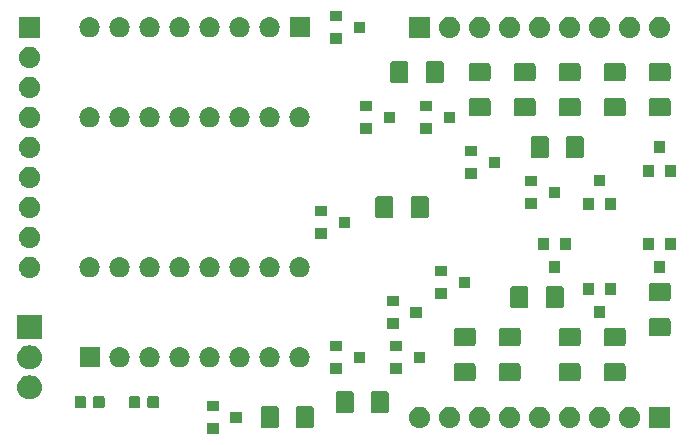
<source format=gts>
G04 #@! TF.GenerationSoftware,KiCad,Pcbnew,5.0.1*
G04 #@! TF.CreationDate,2019-01-20T00:11:58+01:00*
G04 #@! TF.ProjectId,Powerstage,506F77657273746167652E6B69636164,rev?*
G04 #@! TF.SameCoordinates,Original*
G04 #@! TF.FileFunction,Soldermask,Top*
G04 #@! TF.FilePolarity,Negative*
%FSLAX46Y46*%
G04 Gerber Fmt 4.6, Leading zero omitted, Abs format (unit mm)*
G04 Created by KiCad (PCBNEW 5.0.1) date So 20 Jan 2019 00:11:58 CET*
%MOMM*%
%LPD*%
G01*
G04 APERTURE LIST*
%ADD10C,0.100000*%
G04 APERTURE END LIST*
D10*
G36*
X126501000Y-113161000D02*
X125499000Y-113161000D01*
X125499000Y-112259000D01*
X126501000Y-112259000D01*
X126501000Y-113161000D01*
X126501000Y-113161000D01*
G37*
G36*
X134398062Y-110838181D02*
X134432977Y-110848773D01*
X134465165Y-110865978D01*
X134493373Y-110889127D01*
X134516522Y-110917335D01*
X134533727Y-110949523D01*
X134544319Y-110984438D01*
X134548500Y-111026895D01*
X134548500Y-112493105D01*
X134544319Y-112535562D01*
X134533727Y-112570477D01*
X134516522Y-112602665D01*
X134493373Y-112630873D01*
X134465165Y-112654022D01*
X134432977Y-112671227D01*
X134398062Y-112681819D01*
X134355605Y-112686000D01*
X133214395Y-112686000D01*
X133171938Y-112681819D01*
X133137023Y-112671227D01*
X133104835Y-112654022D01*
X133076627Y-112630873D01*
X133053478Y-112602665D01*
X133036273Y-112570477D01*
X133025681Y-112535562D01*
X133021500Y-112493105D01*
X133021500Y-111026895D01*
X133025681Y-110984438D01*
X133036273Y-110949523D01*
X133053478Y-110917335D01*
X133076627Y-110889127D01*
X133104835Y-110865978D01*
X133137023Y-110848773D01*
X133171938Y-110838181D01*
X133214395Y-110834000D01*
X134355605Y-110834000D01*
X134398062Y-110838181D01*
X134398062Y-110838181D01*
G37*
G36*
X131423062Y-110838181D02*
X131457977Y-110848773D01*
X131490165Y-110865978D01*
X131518373Y-110889127D01*
X131541522Y-110917335D01*
X131558727Y-110949523D01*
X131569319Y-110984438D01*
X131573500Y-111026895D01*
X131573500Y-112493105D01*
X131569319Y-112535562D01*
X131558727Y-112570477D01*
X131541522Y-112602665D01*
X131518373Y-112630873D01*
X131490165Y-112654022D01*
X131457977Y-112671227D01*
X131423062Y-112681819D01*
X131380605Y-112686000D01*
X130239395Y-112686000D01*
X130196938Y-112681819D01*
X130162023Y-112671227D01*
X130129835Y-112654022D01*
X130101627Y-112630873D01*
X130078478Y-112602665D01*
X130061273Y-112570477D01*
X130050681Y-112535562D01*
X130046500Y-112493105D01*
X130046500Y-111026895D01*
X130050681Y-110984438D01*
X130061273Y-110949523D01*
X130078478Y-110917335D01*
X130101627Y-110889127D01*
X130129835Y-110865978D01*
X130162023Y-110848773D01*
X130196938Y-110838181D01*
X130239395Y-110834000D01*
X131380605Y-110834000D01*
X131423062Y-110838181D01*
X131423062Y-110838181D01*
G37*
G36*
X158857412Y-110865220D02*
X158926627Y-110872037D01*
X159030574Y-110903569D01*
X159096467Y-110923557D01*
X159211168Y-110984867D01*
X159252991Y-111007222D01*
X159276962Y-111026895D01*
X159390186Y-111119814D01*
X159473448Y-111221271D01*
X159502778Y-111257009D01*
X159502779Y-111257011D01*
X159586443Y-111413533D01*
X159586443Y-111413534D01*
X159637963Y-111583373D01*
X159655359Y-111760000D01*
X159637963Y-111936627D01*
X159603616Y-112049853D01*
X159586443Y-112106467D01*
X159530568Y-112211000D01*
X159502778Y-112262991D01*
X159473448Y-112298729D01*
X159390186Y-112400186D01*
X159288729Y-112483448D01*
X159252991Y-112512778D01*
X159252989Y-112512779D01*
X159096467Y-112596443D01*
X159075955Y-112602665D01*
X158926627Y-112647963D01*
X158865108Y-112654022D01*
X158794260Y-112661000D01*
X158705740Y-112661000D01*
X158634892Y-112654022D01*
X158573373Y-112647963D01*
X158424045Y-112602665D01*
X158403533Y-112596443D01*
X158247011Y-112512779D01*
X158247009Y-112512778D01*
X158211271Y-112483448D01*
X158109814Y-112400186D01*
X158026552Y-112298729D01*
X157997222Y-112262991D01*
X157969432Y-112211000D01*
X157913557Y-112106467D01*
X157896384Y-112049853D01*
X157862037Y-111936627D01*
X157844641Y-111760000D01*
X157862037Y-111583373D01*
X157913557Y-111413534D01*
X157913557Y-111413533D01*
X157997221Y-111257011D01*
X157997222Y-111257009D01*
X158026552Y-111221271D01*
X158109814Y-111119814D01*
X158223038Y-111026895D01*
X158247009Y-111007222D01*
X158288832Y-110984867D01*
X158403533Y-110923557D01*
X158469426Y-110903569D01*
X158573373Y-110872037D01*
X158642588Y-110865220D01*
X158705740Y-110859000D01*
X158794260Y-110859000D01*
X158857412Y-110865220D01*
X158857412Y-110865220D01*
G37*
G36*
X143617412Y-110865220D02*
X143686627Y-110872037D01*
X143790574Y-110903569D01*
X143856467Y-110923557D01*
X143971168Y-110984867D01*
X144012991Y-111007222D01*
X144036962Y-111026895D01*
X144150186Y-111119814D01*
X144233448Y-111221271D01*
X144262778Y-111257009D01*
X144262779Y-111257011D01*
X144346443Y-111413533D01*
X144346443Y-111413534D01*
X144397963Y-111583373D01*
X144415359Y-111760000D01*
X144397963Y-111936627D01*
X144363616Y-112049853D01*
X144346443Y-112106467D01*
X144290568Y-112211000D01*
X144262778Y-112262991D01*
X144233448Y-112298729D01*
X144150186Y-112400186D01*
X144048729Y-112483448D01*
X144012991Y-112512778D01*
X144012989Y-112512779D01*
X143856467Y-112596443D01*
X143835955Y-112602665D01*
X143686627Y-112647963D01*
X143625108Y-112654022D01*
X143554260Y-112661000D01*
X143465740Y-112661000D01*
X143394892Y-112654022D01*
X143333373Y-112647963D01*
X143184045Y-112602665D01*
X143163533Y-112596443D01*
X143007011Y-112512779D01*
X143007009Y-112512778D01*
X142971271Y-112483448D01*
X142869814Y-112400186D01*
X142786552Y-112298729D01*
X142757222Y-112262991D01*
X142729432Y-112211000D01*
X142673557Y-112106467D01*
X142656384Y-112049853D01*
X142622037Y-111936627D01*
X142604641Y-111760000D01*
X142622037Y-111583373D01*
X142673557Y-111413534D01*
X142673557Y-111413533D01*
X142757221Y-111257011D01*
X142757222Y-111257009D01*
X142786552Y-111221271D01*
X142869814Y-111119814D01*
X142983038Y-111026895D01*
X143007009Y-111007222D01*
X143048832Y-110984867D01*
X143163533Y-110923557D01*
X143229426Y-110903569D01*
X143333373Y-110872037D01*
X143402588Y-110865220D01*
X143465740Y-110859000D01*
X143554260Y-110859000D01*
X143617412Y-110865220D01*
X143617412Y-110865220D01*
G37*
G36*
X146157412Y-110865220D02*
X146226627Y-110872037D01*
X146330574Y-110903569D01*
X146396467Y-110923557D01*
X146511168Y-110984867D01*
X146552991Y-111007222D01*
X146576962Y-111026895D01*
X146690186Y-111119814D01*
X146773448Y-111221271D01*
X146802778Y-111257009D01*
X146802779Y-111257011D01*
X146886443Y-111413533D01*
X146886443Y-111413534D01*
X146937963Y-111583373D01*
X146955359Y-111760000D01*
X146937963Y-111936627D01*
X146903616Y-112049853D01*
X146886443Y-112106467D01*
X146830568Y-112211000D01*
X146802778Y-112262991D01*
X146773448Y-112298729D01*
X146690186Y-112400186D01*
X146588729Y-112483448D01*
X146552991Y-112512778D01*
X146552989Y-112512779D01*
X146396467Y-112596443D01*
X146375955Y-112602665D01*
X146226627Y-112647963D01*
X146165108Y-112654022D01*
X146094260Y-112661000D01*
X146005740Y-112661000D01*
X145934892Y-112654022D01*
X145873373Y-112647963D01*
X145724045Y-112602665D01*
X145703533Y-112596443D01*
X145547011Y-112512779D01*
X145547009Y-112512778D01*
X145511271Y-112483448D01*
X145409814Y-112400186D01*
X145326552Y-112298729D01*
X145297222Y-112262991D01*
X145269432Y-112211000D01*
X145213557Y-112106467D01*
X145196384Y-112049853D01*
X145162037Y-111936627D01*
X145144641Y-111760000D01*
X145162037Y-111583373D01*
X145213557Y-111413534D01*
X145213557Y-111413533D01*
X145297221Y-111257011D01*
X145297222Y-111257009D01*
X145326552Y-111221271D01*
X145409814Y-111119814D01*
X145523038Y-111026895D01*
X145547009Y-111007222D01*
X145588832Y-110984867D01*
X145703533Y-110923557D01*
X145769426Y-110903569D01*
X145873373Y-110872037D01*
X145942588Y-110865220D01*
X146005740Y-110859000D01*
X146094260Y-110859000D01*
X146157412Y-110865220D01*
X146157412Y-110865220D01*
G37*
G36*
X148697412Y-110865220D02*
X148766627Y-110872037D01*
X148870574Y-110903569D01*
X148936467Y-110923557D01*
X149051168Y-110984867D01*
X149092991Y-111007222D01*
X149116962Y-111026895D01*
X149230186Y-111119814D01*
X149313448Y-111221271D01*
X149342778Y-111257009D01*
X149342779Y-111257011D01*
X149426443Y-111413533D01*
X149426443Y-111413534D01*
X149477963Y-111583373D01*
X149495359Y-111760000D01*
X149477963Y-111936627D01*
X149443616Y-112049853D01*
X149426443Y-112106467D01*
X149370568Y-112211000D01*
X149342778Y-112262991D01*
X149313448Y-112298729D01*
X149230186Y-112400186D01*
X149128729Y-112483448D01*
X149092991Y-112512778D01*
X149092989Y-112512779D01*
X148936467Y-112596443D01*
X148915955Y-112602665D01*
X148766627Y-112647963D01*
X148705108Y-112654022D01*
X148634260Y-112661000D01*
X148545740Y-112661000D01*
X148474892Y-112654022D01*
X148413373Y-112647963D01*
X148264045Y-112602665D01*
X148243533Y-112596443D01*
X148087011Y-112512779D01*
X148087009Y-112512778D01*
X148051271Y-112483448D01*
X147949814Y-112400186D01*
X147866552Y-112298729D01*
X147837222Y-112262991D01*
X147809432Y-112211000D01*
X147753557Y-112106467D01*
X147736384Y-112049853D01*
X147702037Y-111936627D01*
X147684641Y-111760000D01*
X147702037Y-111583373D01*
X147753557Y-111413534D01*
X147753557Y-111413533D01*
X147837221Y-111257011D01*
X147837222Y-111257009D01*
X147866552Y-111221271D01*
X147949814Y-111119814D01*
X148063038Y-111026895D01*
X148087009Y-111007222D01*
X148128832Y-110984867D01*
X148243533Y-110923557D01*
X148309426Y-110903569D01*
X148413373Y-110872037D01*
X148482588Y-110865220D01*
X148545740Y-110859000D01*
X148634260Y-110859000D01*
X148697412Y-110865220D01*
X148697412Y-110865220D01*
G37*
G36*
X151237412Y-110865220D02*
X151306627Y-110872037D01*
X151410574Y-110903569D01*
X151476467Y-110923557D01*
X151591168Y-110984867D01*
X151632991Y-111007222D01*
X151656962Y-111026895D01*
X151770186Y-111119814D01*
X151853448Y-111221271D01*
X151882778Y-111257009D01*
X151882779Y-111257011D01*
X151966443Y-111413533D01*
X151966443Y-111413534D01*
X152017963Y-111583373D01*
X152035359Y-111760000D01*
X152017963Y-111936627D01*
X151983616Y-112049853D01*
X151966443Y-112106467D01*
X151910568Y-112211000D01*
X151882778Y-112262991D01*
X151853448Y-112298729D01*
X151770186Y-112400186D01*
X151668729Y-112483448D01*
X151632991Y-112512778D01*
X151632989Y-112512779D01*
X151476467Y-112596443D01*
X151455955Y-112602665D01*
X151306627Y-112647963D01*
X151245108Y-112654022D01*
X151174260Y-112661000D01*
X151085740Y-112661000D01*
X151014892Y-112654022D01*
X150953373Y-112647963D01*
X150804045Y-112602665D01*
X150783533Y-112596443D01*
X150627011Y-112512779D01*
X150627009Y-112512778D01*
X150591271Y-112483448D01*
X150489814Y-112400186D01*
X150406552Y-112298729D01*
X150377222Y-112262991D01*
X150349432Y-112211000D01*
X150293557Y-112106467D01*
X150276384Y-112049853D01*
X150242037Y-111936627D01*
X150224641Y-111760000D01*
X150242037Y-111583373D01*
X150293557Y-111413534D01*
X150293557Y-111413533D01*
X150377221Y-111257011D01*
X150377222Y-111257009D01*
X150406552Y-111221271D01*
X150489814Y-111119814D01*
X150603038Y-111026895D01*
X150627009Y-111007222D01*
X150668832Y-110984867D01*
X150783533Y-110923557D01*
X150849426Y-110903569D01*
X150953373Y-110872037D01*
X151022588Y-110865220D01*
X151085740Y-110859000D01*
X151174260Y-110859000D01*
X151237412Y-110865220D01*
X151237412Y-110865220D01*
G37*
G36*
X156317412Y-110865220D02*
X156386627Y-110872037D01*
X156490574Y-110903569D01*
X156556467Y-110923557D01*
X156671168Y-110984867D01*
X156712991Y-111007222D01*
X156736962Y-111026895D01*
X156850186Y-111119814D01*
X156933448Y-111221271D01*
X156962778Y-111257009D01*
X156962779Y-111257011D01*
X157046443Y-111413533D01*
X157046443Y-111413534D01*
X157097963Y-111583373D01*
X157115359Y-111760000D01*
X157097963Y-111936627D01*
X157063616Y-112049853D01*
X157046443Y-112106467D01*
X156990568Y-112211000D01*
X156962778Y-112262991D01*
X156933448Y-112298729D01*
X156850186Y-112400186D01*
X156748729Y-112483448D01*
X156712991Y-112512778D01*
X156712989Y-112512779D01*
X156556467Y-112596443D01*
X156535955Y-112602665D01*
X156386627Y-112647963D01*
X156325108Y-112654022D01*
X156254260Y-112661000D01*
X156165740Y-112661000D01*
X156094892Y-112654022D01*
X156033373Y-112647963D01*
X155884045Y-112602665D01*
X155863533Y-112596443D01*
X155707011Y-112512779D01*
X155707009Y-112512778D01*
X155671271Y-112483448D01*
X155569814Y-112400186D01*
X155486552Y-112298729D01*
X155457222Y-112262991D01*
X155429432Y-112211000D01*
X155373557Y-112106467D01*
X155356384Y-112049853D01*
X155322037Y-111936627D01*
X155304641Y-111760000D01*
X155322037Y-111583373D01*
X155373557Y-111413534D01*
X155373557Y-111413533D01*
X155457221Y-111257011D01*
X155457222Y-111257009D01*
X155486552Y-111221271D01*
X155569814Y-111119814D01*
X155683038Y-111026895D01*
X155707009Y-111007222D01*
X155748832Y-110984867D01*
X155863533Y-110923557D01*
X155929426Y-110903569D01*
X156033373Y-110872037D01*
X156102588Y-110865220D01*
X156165740Y-110859000D01*
X156254260Y-110859000D01*
X156317412Y-110865220D01*
X156317412Y-110865220D01*
G37*
G36*
X161397412Y-110865220D02*
X161466627Y-110872037D01*
X161570574Y-110903569D01*
X161636467Y-110923557D01*
X161751168Y-110984867D01*
X161792991Y-111007222D01*
X161816962Y-111026895D01*
X161930186Y-111119814D01*
X162013448Y-111221271D01*
X162042778Y-111257009D01*
X162042779Y-111257011D01*
X162126443Y-111413533D01*
X162126443Y-111413534D01*
X162177963Y-111583373D01*
X162195359Y-111760000D01*
X162177963Y-111936627D01*
X162143616Y-112049853D01*
X162126443Y-112106467D01*
X162070568Y-112211000D01*
X162042778Y-112262991D01*
X162013448Y-112298729D01*
X161930186Y-112400186D01*
X161828729Y-112483448D01*
X161792991Y-112512778D01*
X161792989Y-112512779D01*
X161636467Y-112596443D01*
X161615955Y-112602665D01*
X161466627Y-112647963D01*
X161405108Y-112654022D01*
X161334260Y-112661000D01*
X161245740Y-112661000D01*
X161174892Y-112654022D01*
X161113373Y-112647963D01*
X160964045Y-112602665D01*
X160943533Y-112596443D01*
X160787011Y-112512779D01*
X160787009Y-112512778D01*
X160751271Y-112483448D01*
X160649814Y-112400186D01*
X160566552Y-112298729D01*
X160537222Y-112262991D01*
X160509432Y-112211000D01*
X160453557Y-112106467D01*
X160436384Y-112049853D01*
X160402037Y-111936627D01*
X160384641Y-111760000D01*
X160402037Y-111583373D01*
X160453557Y-111413534D01*
X160453557Y-111413533D01*
X160537221Y-111257011D01*
X160537222Y-111257009D01*
X160566552Y-111221271D01*
X160649814Y-111119814D01*
X160763038Y-111026895D01*
X160787009Y-111007222D01*
X160828832Y-110984867D01*
X160943533Y-110923557D01*
X161009426Y-110903569D01*
X161113373Y-110872037D01*
X161182588Y-110865220D01*
X161245740Y-110859000D01*
X161334260Y-110859000D01*
X161397412Y-110865220D01*
X161397412Y-110865220D01*
G37*
G36*
X164731000Y-112661000D02*
X162929000Y-112661000D01*
X162929000Y-110859000D01*
X164731000Y-110859000D01*
X164731000Y-112661000D01*
X164731000Y-112661000D01*
G37*
G36*
X153777412Y-110865220D02*
X153846627Y-110872037D01*
X153950574Y-110903569D01*
X154016467Y-110923557D01*
X154131168Y-110984867D01*
X154172991Y-111007222D01*
X154196962Y-111026895D01*
X154310186Y-111119814D01*
X154393448Y-111221271D01*
X154422778Y-111257009D01*
X154422779Y-111257011D01*
X154506443Y-111413533D01*
X154506443Y-111413534D01*
X154557963Y-111583373D01*
X154575359Y-111760000D01*
X154557963Y-111936627D01*
X154523616Y-112049853D01*
X154506443Y-112106467D01*
X154450568Y-112211000D01*
X154422778Y-112262991D01*
X154393448Y-112298729D01*
X154310186Y-112400186D01*
X154208729Y-112483448D01*
X154172991Y-112512778D01*
X154172989Y-112512779D01*
X154016467Y-112596443D01*
X153995955Y-112602665D01*
X153846627Y-112647963D01*
X153785108Y-112654022D01*
X153714260Y-112661000D01*
X153625740Y-112661000D01*
X153554892Y-112654022D01*
X153493373Y-112647963D01*
X153344045Y-112602665D01*
X153323533Y-112596443D01*
X153167011Y-112512779D01*
X153167009Y-112512778D01*
X153131271Y-112483448D01*
X153029814Y-112400186D01*
X152946552Y-112298729D01*
X152917222Y-112262991D01*
X152889432Y-112211000D01*
X152833557Y-112106467D01*
X152816384Y-112049853D01*
X152782037Y-111936627D01*
X152764641Y-111760000D01*
X152782037Y-111583373D01*
X152833557Y-111413534D01*
X152833557Y-111413533D01*
X152917221Y-111257011D01*
X152917222Y-111257009D01*
X152946552Y-111221271D01*
X153029814Y-111119814D01*
X153143038Y-111026895D01*
X153167009Y-111007222D01*
X153208832Y-110984867D01*
X153323533Y-110923557D01*
X153389426Y-110903569D01*
X153493373Y-110872037D01*
X153562588Y-110865220D01*
X153625740Y-110859000D01*
X153714260Y-110859000D01*
X153777412Y-110865220D01*
X153777412Y-110865220D01*
G37*
G36*
X128501000Y-112211000D02*
X127499000Y-112211000D01*
X127499000Y-111309000D01*
X128501000Y-111309000D01*
X128501000Y-112211000D01*
X128501000Y-112211000D01*
G37*
G36*
X140748062Y-109568181D02*
X140782977Y-109578773D01*
X140815165Y-109595978D01*
X140843373Y-109619127D01*
X140866522Y-109647335D01*
X140883727Y-109679523D01*
X140894319Y-109714438D01*
X140898500Y-109756895D01*
X140898500Y-111223105D01*
X140894319Y-111265562D01*
X140883727Y-111300477D01*
X140866522Y-111332665D01*
X140843373Y-111360873D01*
X140815165Y-111384022D01*
X140782977Y-111401227D01*
X140748062Y-111411819D01*
X140705605Y-111416000D01*
X139564395Y-111416000D01*
X139521938Y-111411819D01*
X139487023Y-111401227D01*
X139454835Y-111384022D01*
X139426627Y-111360873D01*
X139403478Y-111332665D01*
X139386273Y-111300477D01*
X139375681Y-111265562D01*
X139371500Y-111223105D01*
X139371500Y-109756895D01*
X139375681Y-109714438D01*
X139386273Y-109679523D01*
X139403478Y-109647335D01*
X139426627Y-109619127D01*
X139454835Y-109595978D01*
X139487023Y-109578773D01*
X139521938Y-109568181D01*
X139564395Y-109564000D01*
X140705605Y-109564000D01*
X140748062Y-109568181D01*
X140748062Y-109568181D01*
G37*
G36*
X137773062Y-109568181D02*
X137807977Y-109578773D01*
X137840165Y-109595978D01*
X137868373Y-109619127D01*
X137891522Y-109647335D01*
X137908727Y-109679523D01*
X137919319Y-109714438D01*
X137923500Y-109756895D01*
X137923500Y-111223105D01*
X137919319Y-111265562D01*
X137908727Y-111300477D01*
X137891522Y-111332665D01*
X137868373Y-111360873D01*
X137840165Y-111384022D01*
X137807977Y-111401227D01*
X137773062Y-111411819D01*
X137730605Y-111416000D01*
X136589395Y-111416000D01*
X136546938Y-111411819D01*
X136512023Y-111401227D01*
X136479835Y-111384022D01*
X136451627Y-111360873D01*
X136428478Y-111332665D01*
X136411273Y-111300477D01*
X136400681Y-111265562D01*
X136396500Y-111223105D01*
X136396500Y-109756895D01*
X136400681Y-109714438D01*
X136411273Y-109679523D01*
X136428478Y-109647335D01*
X136451627Y-109619127D01*
X136479835Y-109595978D01*
X136512023Y-109578773D01*
X136546938Y-109568181D01*
X136589395Y-109564000D01*
X137730605Y-109564000D01*
X137773062Y-109568181D01*
X137773062Y-109568181D01*
G37*
G36*
X126501000Y-111261000D02*
X125499000Y-111261000D01*
X125499000Y-110359000D01*
X126501000Y-110359000D01*
X126501000Y-111261000D01*
X126501000Y-111261000D01*
G37*
G36*
X116699591Y-109968085D02*
X116733569Y-109978393D01*
X116764887Y-109995133D01*
X116792339Y-110017661D01*
X116814867Y-110045113D01*
X116831607Y-110076431D01*
X116841915Y-110110409D01*
X116846000Y-110151890D01*
X116846000Y-110828110D01*
X116841915Y-110869591D01*
X116831607Y-110903569D01*
X116814867Y-110934887D01*
X116792339Y-110962339D01*
X116764887Y-110984867D01*
X116733569Y-111001607D01*
X116699591Y-111011915D01*
X116658110Y-111016000D01*
X116056890Y-111016000D01*
X116015409Y-111011915D01*
X115981431Y-111001607D01*
X115950113Y-110984867D01*
X115922661Y-110962339D01*
X115900133Y-110934887D01*
X115883393Y-110903569D01*
X115873085Y-110869591D01*
X115869000Y-110828110D01*
X115869000Y-110151890D01*
X115873085Y-110110409D01*
X115883393Y-110076431D01*
X115900133Y-110045113D01*
X115922661Y-110017661D01*
X115950113Y-109995133D01*
X115981431Y-109978393D01*
X116015409Y-109968085D01*
X116056890Y-109964000D01*
X116658110Y-109964000D01*
X116699591Y-109968085D01*
X116699591Y-109968085D01*
G37*
G36*
X115124591Y-109968085D02*
X115158569Y-109978393D01*
X115189887Y-109995133D01*
X115217339Y-110017661D01*
X115239867Y-110045113D01*
X115256607Y-110076431D01*
X115266915Y-110110409D01*
X115271000Y-110151890D01*
X115271000Y-110828110D01*
X115266915Y-110869591D01*
X115256607Y-110903569D01*
X115239867Y-110934887D01*
X115217339Y-110962339D01*
X115189887Y-110984867D01*
X115158569Y-111001607D01*
X115124591Y-111011915D01*
X115083110Y-111016000D01*
X114481890Y-111016000D01*
X114440409Y-111011915D01*
X114406431Y-111001607D01*
X114375113Y-110984867D01*
X114347661Y-110962339D01*
X114325133Y-110934887D01*
X114308393Y-110903569D01*
X114298085Y-110869591D01*
X114294000Y-110828110D01*
X114294000Y-110151890D01*
X114298085Y-110110409D01*
X114308393Y-110076431D01*
X114325133Y-110045113D01*
X114347661Y-110017661D01*
X114375113Y-109995133D01*
X114406431Y-109978393D01*
X114440409Y-109968085D01*
X114481890Y-109964000D01*
X115083110Y-109964000D01*
X115124591Y-109968085D01*
X115124591Y-109968085D01*
G37*
G36*
X119722091Y-109968085D02*
X119756069Y-109978393D01*
X119787387Y-109995133D01*
X119814839Y-110017661D01*
X119837367Y-110045113D01*
X119854107Y-110076431D01*
X119864415Y-110110409D01*
X119868500Y-110151890D01*
X119868500Y-110828110D01*
X119864415Y-110869591D01*
X119854107Y-110903569D01*
X119837367Y-110934887D01*
X119814839Y-110962339D01*
X119787387Y-110984867D01*
X119756069Y-111001607D01*
X119722091Y-111011915D01*
X119680610Y-111016000D01*
X119079390Y-111016000D01*
X119037909Y-111011915D01*
X119003931Y-111001607D01*
X118972613Y-110984867D01*
X118945161Y-110962339D01*
X118922633Y-110934887D01*
X118905893Y-110903569D01*
X118895585Y-110869591D01*
X118891500Y-110828110D01*
X118891500Y-110151890D01*
X118895585Y-110110409D01*
X118905893Y-110076431D01*
X118922633Y-110045113D01*
X118945161Y-110017661D01*
X118972613Y-109995133D01*
X119003931Y-109978393D01*
X119037909Y-109968085D01*
X119079390Y-109964000D01*
X119680610Y-109964000D01*
X119722091Y-109968085D01*
X119722091Y-109968085D01*
G37*
G36*
X121297091Y-109968085D02*
X121331069Y-109978393D01*
X121362387Y-109995133D01*
X121389839Y-110017661D01*
X121412367Y-110045113D01*
X121429107Y-110076431D01*
X121439415Y-110110409D01*
X121443500Y-110151890D01*
X121443500Y-110828110D01*
X121439415Y-110869591D01*
X121429107Y-110903569D01*
X121412367Y-110934887D01*
X121389839Y-110962339D01*
X121362387Y-110984867D01*
X121331069Y-111001607D01*
X121297091Y-111011915D01*
X121255610Y-111016000D01*
X120654390Y-111016000D01*
X120612909Y-111011915D01*
X120578931Y-111001607D01*
X120547613Y-110984867D01*
X120520161Y-110962339D01*
X120497633Y-110934887D01*
X120480893Y-110903569D01*
X120470585Y-110869591D01*
X120466500Y-110828110D01*
X120466500Y-110151890D01*
X120470585Y-110110409D01*
X120480893Y-110076431D01*
X120497633Y-110045113D01*
X120520161Y-110017661D01*
X120547613Y-109995133D01*
X120578931Y-109978393D01*
X120612909Y-109968085D01*
X120654390Y-109964000D01*
X121255610Y-109964000D01*
X121297091Y-109968085D01*
X121297091Y-109968085D01*
G37*
G36*
X110645764Y-108222308D02*
X110734220Y-108231020D01*
X110923381Y-108288401D01*
X111097712Y-108381583D01*
X111250515Y-108506985D01*
X111375917Y-108659788D01*
X111469099Y-108834119D01*
X111526480Y-109023280D01*
X111545855Y-109220000D01*
X111526480Y-109416720D01*
X111469099Y-109605881D01*
X111375917Y-109780212D01*
X111250515Y-109933015D01*
X111097712Y-110058417D01*
X110923381Y-110151599D01*
X110734220Y-110208980D01*
X110645764Y-110217692D01*
X110586796Y-110223500D01*
X110393204Y-110223500D01*
X110334236Y-110217692D01*
X110245780Y-110208980D01*
X110056619Y-110151599D01*
X109882288Y-110058417D01*
X109729485Y-109933015D01*
X109604083Y-109780212D01*
X109510901Y-109605881D01*
X109453520Y-109416720D01*
X109434145Y-109220000D01*
X109453520Y-109023280D01*
X109510901Y-108834119D01*
X109604083Y-108659788D01*
X109729485Y-108506985D01*
X109882288Y-108381583D01*
X110056619Y-108288401D01*
X110245780Y-108231020D01*
X110334236Y-108222308D01*
X110393204Y-108216500D01*
X110586796Y-108216500D01*
X110645764Y-108222308D01*
X110645764Y-108222308D01*
G37*
G36*
X151905562Y-107190681D02*
X151940477Y-107201273D01*
X151972665Y-107218478D01*
X152000873Y-107241627D01*
X152024022Y-107269835D01*
X152041227Y-107302023D01*
X152051819Y-107336938D01*
X152056000Y-107379395D01*
X152056000Y-108520605D01*
X152051819Y-108563062D01*
X152041227Y-108597977D01*
X152024022Y-108630165D01*
X152000873Y-108658373D01*
X151972665Y-108681522D01*
X151940477Y-108698727D01*
X151905562Y-108709319D01*
X151863105Y-108713500D01*
X150396895Y-108713500D01*
X150354438Y-108709319D01*
X150319523Y-108698727D01*
X150287335Y-108681522D01*
X150259127Y-108658373D01*
X150235978Y-108630165D01*
X150218773Y-108597977D01*
X150208181Y-108563062D01*
X150204000Y-108520605D01*
X150204000Y-107379395D01*
X150208181Y-107336938D01*
X150218773Y-107302023D01*
X150235978Y-107269835D01*
X150259127Y-107241627D01*
X150287335Y-107218478D01*
X150319523Y-107201273D01*
X150354438Y-107190681D01*
X150396895Y-107186500D01*
X151863105Y-107186500D01*
X151905562Y-107190681D01*
X151905562Y-107190681D01*
G37*
G36*
X148095562Y-107190681D02*
X148130477Y-107201273D01*
X148162665Y-107218478D01*
X148190873Y-107241627D01*
X148214022Y-107269835D01*
X148231227Y-107302023D01*
X148241819Y-107336938D01*
X148246000Y-107379395D01*
X148246000Y-108520605D01*
X148241819Y-108563062D01*
X148231227Y-108597977D01*
X148214022Y-108630165D01*
X148190873Y-108658373D01*
X148162665Y-108681522D01*
X148130477Y-108698727D01*
X148095562Y-108709319D01*
X148053105Y-108713500D01*
X146586895Y-108713500D01*
X146544438Y-108709319D01*
X146509523Y-108698727D01*
X146477335Y-108681522D01*
X146449127Y-108658373D01*
X146425978Y-108630165D01*
X146408773Y-108597977D01*
X146398181Y-108563062D01*
X146394000Y-108520605D01*
X146394000Y-107379395D01*
X146398181Y-107336938D01*
X146408773Y-107302023D01*
X146425978Y-107269835D01*
X146449127Y-107241627D01*
X146477335Y-107218478D01*
X146509523Y-107201273D01*
X146544438Y-107190681D01*
X146586895Y-107186500D01*
X148053105Y-107186500D01*
X148095562Y-107190681D01*
X148095562Y-107190681D01*
G37*
G36*
X156985562Y-107190681D02*
X157020477Y-107201273D01*
X157052665Y-107218478D01*
X157080873Y-107241627D01*
X157104022Y-107269835D01*
X157121227Y-107302023D01*
X157131819Y-107336938D01*
X157136000Y-107379395D01*
X157136000Y-108520605D01*
X157131819Y-108563062D01*
X157121227Y-108597977D01*
X157104022Y-108630165D01*
X157080873Y-108658373D01*
X157052665Y-108681522D01*
X157020477Y-108698727D01*
X156985562Y-108709319D01*
X156943105Y-108713500D01*
X155476895Y-108713500D01*
X155434438Y-108709319D01*
X155399523Y-108698727D01*
X155367335Y-108681522D01*
X155339127Y-108658373D01*
X155315978Y-108630165D01*
X155298773Y-108597977D01*
X155288181Y-108563062D01*
X155284000Y-108520605D01*
X155284000Y-107379395D01*
X155288181Y-107336938D01*
X155298773Y-107302023D01*
X155315978Y-107269835D01*
X155339127Y-107241627D01*
X155367335Y-107218478D01*
X155399523Y-107201273D01*
X155434438Y-107190681D01*
X155476895Y-107186500D01*
X156943105Y-107186500D01*
X156985562Y-107190681D01*
X156985562Y-107190681D01*
G37*
G36*
X160795562Y-107190681D02*
X160830477Y-107201273D01*
X160862665Y-107218478D01*
X160890873Y-107241627D01*
X160914022Y-107269835D01*
X160931227Y-107302023D01*
X160941819Y-107336938D01*
X160946000Y-107379395D01*
X160946000Y-108520605D01*
X160941819Y-108563062D01*
X160931227Y-108597977D01*
X160914022Y-108630165D01*
X160890873Y-108658373D01*
X160862665Y-108681522D01*
X160830477Y-108698727D01*
X160795562Y-108709319D01*
X160753105Y-108713500D01*
X159286895Y-108713500D01*
X159244438Y-108709319D01*
X159209523Y-108698727D01*
X159177335Y-108681522D01*
X159149127Y-108658373D01*
X159125978Y-108630165D01*
X159108773Y-108597977D01*
X159098181Y-108563062D01*
X159094000Y-108520605D01*
X159094000Y-107379395D01*
X159098181Y-107336938D01*
X159108773Y-107302023D01*
X159125978Y-107269835D01*
X159149127Y-107241627D01*
X159177335Y-107218478D01*
X159209523Y-107201273D01*
X159244438Y-107190681D01*
X159286895Y-107186500D01*
X160753105Y-107186500D01*
X160795562Y-107190681D01*
X160795562Y-107190681D01*
G37*
G36*
X142011000Y-108081000D02*
X141009000Y-108081000D01*
X141009000Y-107179000D01*
X142011000Y-107179000D01*
X142011000Y-108081000D01*
X142011000Y-108081000D01*
G37*
G36*
X136931000Y-108081000D02*
X135929000Y-108081000D01*
X135929000Y-107179000D01*
X136931000Y-107179000D01*
X136931000Y-108081000D01*
X136931000Y-108081000D01*
G37*
G36*
X110645764Y-105682308D02*
X110734220Y-105691020D01*
X110923381Y-105748401D01*
X111097712Y-105841583D01*
X111250515Y-105966985D01*
X111375917Y-106119788D01*
X111469099Y-106294119D01*
X111526480Y-106483280D01*
X111545855Y-106680000D01*
X111526480Y-106876720D01*
X111469099Y-107065881D01*
X111375917Y-107240212D01*
X111250515Y-107393015D01*
X111097712Y-107518417D01*
X110923381Y-107611599D01*
X110734220Y-107668980D01*
X110645764Y-107677692D01*
X110586796Y-107683500D01*
X110393204Y-107683500D01*
X110334236Y-107677692D01*
X110245780Y-107668980D01*
X110056619Y-107611599D01*
X109882288Y-107518417D01*
X109729485Y-107393015D01*
X109604083Y-107240212D01*
X109510901Y-107065881D01*
X109453520Y-106876720D01*
X109434145Y-106680000D01*
X109453520Y-106483280D01*
X109510901Y-106294119D01*
X109604083Y-106119788D01*
X109729485Y-105966985D01*
X109882288Y-105841583D01*
X110056619Y-105748401D01*
X110245780Y-105691020D01*
X110334236Y-105682308D01*
X110393204Y-105676500D01*
X110586796Y-105676500D01*
X110645764Y-105682308D01*
X110645764Y-105682308D01*
G37*
G36*
X133516821Y-105841313D02*
X133516824Y-105841314D01*
X133516825Y-105841314D01*
X133677239Y-105889975D01*
X133677241Y-105889976D01*
X133677244Y-105889977D01*
X133825078Y-105968995D01*
X133954659Y-106075341D01*
X134061005Y-106204922D01*
X134140023Y-106352756D01*
X134188687Y-106513179D01*
X134205117Y-106680000D01*
X134188687Y-106846821D01*
X134140023Y-107007244D01*
X134061005Y-107155078D01*
X133954659Y-107284659D01*
X133825078Y-107391005D01*
X133677244Y-107470023D01*
X133677241Y-107470024D01*
X133677239Y-107470025D01*
X133516825Y-107518686D01*
X133516824Y-107518686D01*
X133516821Y-107518687D01*
X133391804Y-107531000D01*
X133308196Y-107531000D01*
X133183179Y-107518687D01*
X133183176Y-107518686D01*
X133183175Y-107518686D01*
X133022761Y-107470025D01*
X133022759Y-107470024D01*
X133022756Y-107470023D01*
X132874922Y-107391005D01*
X132745341Y-107284659D01*
X132638995Y-107155078D01*
X132559977Y-107007244D01*
X132511313Y-106846821D01*
X132494883Y-106680000D01*
X132511313Y-106513179D01*
X132559977Y-106352756D01*
X132638995Y-106204922D01*
X132745341Y-106075341D01*
X132874922Y-105968995D01*
X133022756Y-105889977D01*
X133022759Y-105889976D01*
X133022761Y-105889975D01*
X133183175Y-105841314D01*
X133183176Y-105841314D01*
X133183179Y-105841313D01*
X133308196Y-105829000D01*
X133391804Y-105829000D01*
X133516821Y-105841313D01*
X133516821Y-105841313D01*
G37*
G36*
X130976821Y-105841313D02*
X130976824Y-105841314D01*
X130976825Y-105841314D01*
X131137239Y-105889975D01*
X131137241Y-105889976D01*
X131137244Y-105889977D01*
X131285078Y-105968995D01*
X131414659Y-106075341D01*
X131521005Y-106204922D01*
X131600023Y-106352756D01*
X131648687Y-106513179D01*
X131665117Y-106680000D01*
X131648687Y-106846821D01*
X131600023Y-107007244D01*
X131521005Y-107155078D01*
X131414659Y-107284659D01*
X131285078Y-107391005D01*
X131137244Y-107470023D01*
X131137241Y-107470024D01*
X131137239Y-107470025D01*
X130976825Y-107518686D01*
X130976824Y-107518686D01*
X130976821Y-107518687D01*
X130851804Y-107531000D01*
X130768196Y-107531000D01*
X130643179Y-107518687D01*
X130643176Y-107518686D01*
X130643175Y-107518686D01*
X130482761Y-107470025D01*
X130482759Y-107470024D01*
X130482756Y-107470023D01*
X130334922Y-107391005D01*
X130205341Y-107284659D01*
X130098995Y-107155078D01*
X130019977Y-107007244D01*
X129971313Y-106846821D01*
X129954883Y-106680000D01*
X129971313Y-106513179D01*
X130019977Y-106352756D01*
X130098995Y-106204922D01*
X130205341Y-106075341D01*
X130334922Y-105968995D01*
X130482756Y-105889977D01*
X130482759Y-105889976D01*
X130482761Y-105889975D01*
X130643175Y-105841314D01*
X130643176Y-105841314D01*
X130643179Y-105841313D01*
X130768196Y-105829000D01*
X130851804Y-105829000D01*
X130976821Y-105841313D01*
X130976821Y-105841313D01*
G37*
G36*
X128436821Y-105841313D02*
X128436824Y-105841314D01*
X128436825Y-105841314D01*
X128597239Y-105889975D01*
X128597241Y-105889976D01*
X128597244Y-105889977D01*
X128745078Y-105968995D01*
X128874659Y-106075341D01*
X128981005Y-106204922D01*
X129060023Y-106352756D01*
X129108687Y-106513179D01*
X129125117Y-106680000D01*
X129108687Y-106846821D01*
X129060023Y-107007244D01*
X128981005Y-107155078D01*
X128874659Y-107284659D01*
X128745078Y-107391005D01*
X128597244Y-107470023D01*
X128597241Y-107470024D01*
X128597239Y-107470025D01*
X128436825Y-107518686D01*
X128436824Y-107518686D01*
X128436821Y-107518687D01*
X128311804Y-107531000D01*
X128228196Y-107531000D01*
X128103179Y-107518687D01*
X128103176Y-107518686D01*
X128103175Y-107518686D01*
X127942761Y-107470025D01*
X127942759Y-107470024D01*
X127942756Y-107470023D01*
X127794922Y-107391005D01*
X127665341Y-107284659D01*
X127558995Y-107155078D01*
X127479977Y-107007244D01*
X127431313Y-106846821D01*
X127414883Y-106680000D01*
X127431313Y-106513179D01*
X127479977Y-106352756D01*
X127558995Y-106204922D01*
X127665341Y-106075341D01*
X127794922Y-105968995D01*
X127942756Y-105889977D01*
X127942759Y-105889976D01*
X127942761Y-105889975D01*
X128103175Y-105841314D01*
X128103176Y-105841314D01*
X128103179Y-105841313D01*
X128228196Y-105829000D01*
X128311804Y-105829000D01*
X128436821Y-105841313D01*
X128436821Y-105841313D01*
G37*
G36*
X116421000Y-107531000D02*
X114719000Y-107531000D01*
X114719000Y-105829000D01*
X116421000Y-105829000D01*
X116421000Y-107531000D01*
X116421000Y-107531000D01*
G37*
G36*
X125896821Y-105841313D02*
X125896824Y-105841314D01*
X125896825Y-105841314D01*
X126057239Y-105889975D01*
X126057241Y-105889976D01*
X126057244Y-105889977D01*
X126205078Y-105968995D01*
X126334659Y-106075341D01*
X126441005Y-106204922D01*
X126520023Y-106352756D01*
X126568687Y-106513179D01*
X126585117Y-106680000D01*
X126568687Y-106846821D01*
X126520023Y-107007244D01*
X126441005Y-107155078D01*
X126334659Y-107284659D01*
X126205078Y-107391005D01*
X126057244Y-107470023D01*
X126057241Y-107470024D01*
X126057239Y-107470025D01*
X125896825Y-107518686D01*
X125896824Y-107518686D01*
X125896821Y-107518687D01*
X125771804Y-107531000D01*
X125688196Y-107531000D01*
X125563179Y-107518687D01*
X125563176Y-107518686D01*
X125563175Y-107518686D01*
X125402761Y-107470025D01*
X125402759Y-107470024D01*
X125402756Y-107470023D01*
X125254922Y-107391005D01*
X125125341Y-107284659D01*
X125018995Y-107155078D01*
X124939977Y-107007244D01*
X124891313Y-106846821D01*
X124874883Y-106680000D01*
X124891313Y-106513179D01*
X124939977Y-106352756D01*
X125018995Y-106204922D01*
X125125341Y-106075341D01*
X125254922Y-105968995D01*
X125402756Y-105889977D01*
X125402759Y-105889976D01*
X125402761Y-105889975D01*
X125563175Y-105841314D01*
X125563176Y-105841314D01*
X125563179Y-105841313D01*
X125688196Y-105829000D01*
X125771804Y-105829000D01*
X125896821Y-105841313D01*
X125896821Y-105841313D01*
G37*
G36*
X123356821Y-105841313D02*
X123356824Y-105841314D01*
X123356825Y-105841314D01*
X123517239Y-105889975D01*
X123517241Y-105889976D01*
X123517244Y-105889977D01*
X123665078Y-105968995D01*
X123794659Y-106075341D01*
X123901005Y-106204922D01*
X123980023Y-106352756D01*
X124028687Y-106513179D01*
X124045117Y-106680000D01*
X124028687Y-106846821D01*
X123980023Y-107007244D01*
X123901005Y-107155078D01*
X123794659Y-107284659D01*
X123665078Y-107391005D01*
X123517244Y-107470023D01*
X123517241Y-107470024D01*
X123517239Y-107470025D01*
X123356825Y-107518686D01*
X123356824Y-107518686D01*
X123356821Y-107518687D01*
X123231804Y-107531000D01*
X123148196Y-107531000D01*
X123023179Y-107518687D01*
X123023176Y-107518686D01*
X123023175Y-107518686D01*
X122862761Y-107470025D01*
X122862759Y-107470024D01*
X122862756Y-107470023D01*
X122714922Y-107391005D01*
X122585341Y-107284659D01*
X122478995Y-107155078D01*
X122399977Y-107007244D01*
X122351313Y-106846821D01*
X122334883Y-106680000D01*
X122351313Y-106513179D01*
X122399977Y-106352756D01*
X122478995Y-106204922D01*
X122585341Y-106075341D01*
X122714922Y-105968995D01*
X122862756Y-105889977D01*
X122862759Y-105889976D01*
X122862761Y-105889975D01*
X123023175Y-105841314D01*
X123023176Y-105841314D01*
X123023179Y-105841313D01*
X123148196Y-105829000D01*
X123231804Y-105829000D01*
X123356821Y-105841313D01*
X123356821Y-105841313D01*
G37*
G36*
X120816821Y-105841313D02*
X120816824Y-105841314D01*
X120816825Y-105841314D01*
X120977239Y-105889975D01*
X120977241Y-105889976D01*
X120977244Y-105889977D01*
X121125078Y-105968995D01*
X121254659Y-106075341D01*
X121361005Y-106204922D01*
X121440023Y-106352756D01*
X121488687Y-106513179D01*
X121505117Y-106680000D01*
X121488687Y-106846821D01*
X121440023Y-107007244D01*
X121361005Y-107155078D01*
X121254659Y-107284659D01*
X121125078Y-107391005D01*
X120977244Y-107470023D01*
X120977241Y-107470024D01*
X120977239Y-107470025D01*
X120816825Y-107518686D01*
X120816824Y-107518686D01*
X120816821Y-107518687D01*
X120691804Y-107531000D01*
X120608196Y-107531000D01*
X120483179Y-107518687D01*
X120483176Y-107518686D01*
X120483175Y-107518686D01*
X120322761Y-107470025D01*
X120322759Y-107470024D01*
X120322756Y-107470023D01*
X120174922Y-107391005D01*
X120045341Y-107284659D01*
X119938995Y-107155078D01*
X119859977Y-107007244D01*
X119811313Y-106846821D01*
X119794883Y-106680000D01*
X119811313Y-106513179D01*
X119859977Y-106352756D01*
X119938995Y-106204922D01*
X120045341Y-106075341D01*
X120174922Y-105968995D01*
X120322756Y-105889977D01*
X120322759Y-105889976D01*
X120322761Y-105889975D01*
X120483175Y-105841314D01*
X120483176Y-105841314D01*
X120483179Y-105841313D01*
X120608196Y-105829000D01*
X120691804Y-105829000D01*
X120816821Y-105841313D01*
X120816821Y-105841313D01*
G37*
G36*
X118276821Y-105841313D02*
X118276824Y-105841314D01*
X118276825Y-105841314D01*
X118437239Y-105889975D01*
X118437241Y-105889976D01*
X118437244Y-105889977D01*
X118585078Y-105968995D01*
X118714659Y-106075341D01*
X118821005Y-106204922D01*
X118900023Y-106352756D01*
X118948687Y-106513179D01*
X118965117Y-106680000D01*
X118948687Y-106846821D01*
X118900023Y-107007244D01*
X118821005Y-107155078D01*
X118714659Y-107284659D01*
X118585078Y-107391005D01*
X118437244Y-107470023D01*
X118437241Y-107470024D01*
X118437239Y-107470025D01*
X118276825Y-107518686D01*
X118276824Y-107518686D01*
X118276821Y-107518687D01*
X118151804Y-107531000D01*
X118068196Y-107531000D01*
X117943179Y-107518687D01*
X117943176Y-107518686D01*
X117943175Y-107518686D01*
X117782761Y-107470025D01*
X117782759Y-107470024D01*
X117782756Y-107470023D01*
X117634922Y-107391005D01*
X117505341Y-107284659D01*
X117398995Y-107155078D01*
X117319977Y-107007244D01*
X117271313Y-106846821D01*
X117254883Y-106680000D01*
X117271313Y-106513179D01*
X117319977Y-106352756D01*
X117398995Y-106204922D01*
X117505341Y-106075341D01*
X117634922Y-105968995D01*
X117782756Y-105889977D01*
X117782759Y-105889976D01*
X117782761Y-105889975D01*
X117943175Y-105841314D01*
X117943176Y-105841314D01*
X117943179Y-105841313D01*
X118068196Y-105829000D01*
X118151804Y-105829000D01*
X118276821Y-105841313D01*
X118276821Y-105841313D01*
G37*
G36*
X144011000Y-107131000D02*
X143009000Y-107131000D01*
X143009000Y-106229000D01*
X144011000Y-106229000D01*
X144011000Y-107131000D01*
X144011000Y-107131000D01*
G37*
G36*
X138931000Y-107131000D02*
X137929000Y-107131000D01*
X137929000Y-106229000D01*
X138931000Y-106229000D01*
X138931000Y-107131000D01*
X138931000Y-107131000D01*
G37*
G36*
X136931000Y-106181000D02*
X135929000Y-106181000D01*
X135929000Y-105279000D01*
X136931000Y-105279000D01*
X136931000Y-106181000D01*
X136931000Y-106181000D01*
G37*
G36*
X142011000Y-106181000D02*
X141009000Y-106181000D01*
X141009000Y-105279000D01*
X142011000Y-105279000D01*
X142011000Y-106181000D01*
X142011000Y-106181000D01*
G37*
G36*
X156985562Y-104215681D02*
X157020477Y-104226273D01*
X157052665Y-104243478D01*
X157080873Y-104266627D01*
X157104022Y-104294835D01*
X157121227Y-104327023D01*
X157131819Y-104361938D01*
X157136000Y-104404395D01*
X157136000Y-105545605D01*
X157131819Y-105588062D01*
X157121227Y-105622977D01*
X157104022Y-105655165D01*
X157080873Y-105683373D01*
X157052665Y-105706522D01*
X157020477Y-105723727D01*
X156985562Y-105734319D01*
X156943105Y-105738500D01*
X155476895Y-105738500D01*
X155434438Y-105734319D01*
X155399523Y-105723727D01*
X155367335Y-105706522D01*
X155339127Y-105683373D01*
X155315978Y-105655165D01*
X155298773Y-105622977D01*
X155288181Y-105588062D01*
X155284000Y-105545605D01*
X155284000Y-104404395D01*
X155288181Y-104361938D01*
X155298773Y-104327023D01*
X155315978Y-104294835D01*
X155339127Y-104266627D01*
X155367335Y-104243478D01*
X155399523Y-104226273D01*
X155434438Y-104215681D01*
X155476895Y-104211500D01*
X156943105Y-104211500D01*
X156985562Y-104215681D01*
X156985562Y-104215681D01*
G37*
G36*
X160795562Y-104215681D02*
X160830477Y-104226273D01*
X160862665Y-104243478D01*
X160890873Y-104266627D01*
X160914022Y-104294835D01*
X160931227Y-104327023D01*
X160941819Y-104361938D01*
X160946000Y-104404395D01*
X160946000Y-105545605D01*
X160941819Y-105588062D01*
X160931227Y-105622977D01*
X160914022Y-105655165D01*
X160890873Y-105683373D01*
X160862665Y-105706522D01*
X160830477Y-105723727D01*
X160795562Y-105734319D01*
X160753105Y-105738500D01*
X159286895Y-105738500D01*
X159244438Y-105734319D01*
X159209523Y-105723727D01*
X159177335Y-105706522D01*
X159149127Y-105683373D01*
X159125978Y-105655165D01*
X159108773Y-105622977D01*
X159098181Y-105588062D01*
X159094000Y-105545605D01*
X159094000Y-104404395D01*
X159098181Y-104361938D01*
X159108773Y-104327023D01*
X159125978Y-104294835D01*
X159149127Y-104266627D01*
X159177335Y-104243478D01*
X159209523Y-104226273D01*
X159244438Y-104215681D01*
X159286895Y-104211500D01*
X160753105Y-104211500D01*
X160795562Y-104215681D01*
X160795562Y-104215681D01*
G37*
G36*
X148095562Y-104215681D02*
X148130477Y-104226273D01*
X148162665Y-104243478D01*
X148190873Y-104266627D01*
X148214022Y-104294835D01*
X148231227Y-104327023D01*
X148241819Y-104361938D01*
X148246000Y-104404395D01*
X148246000Y-105545605D01*
X148241819Y-105588062D01*
X148231227Y-105622977D01*
X148214022Y-105655165D01*
X148190873Y-105683373D01*
X148162665Y-105706522D01*
X148130477Y-105723727D01*
X148095562Y-105734319D01*
X148053105Y-105738500D01*
X146586895Y-105738500D01*
X146544438Y-105734319D01*
X146509523Y-105723727D01*
X146477335Y-105706522D01*
X146449127Y-105683373D01*
X146425978Y-105655165D01*
X146408773Y-105622977D01*
X146398181Y-105588062D01*
X146394000Y-105545605D01*
X146394000Y-104404395D01*
X146398181Y-104361938D01*
X146408773Y-104327023D01*
X146425978Y-104294835D01*
X146449127Y-104266627D01*
X146477335Y-104243478D01*
X146509523Y-104226273D01*
X146544438Y-104215681D01*
X146586895Y-104211500D01*
X148053105Y-104211500D01*
X148095562Y-104215681D01*
X148095562Y-104215681D01*
G37*
G36*
X151905562Y-104215681D02*
X151940477Y-104226273D01*
X151972665Y-104243478D01*
X152000873Y-104266627D01*
X152024022Y-104294835D01*
X152041227Y-104327023D01*
X152051819Y-104361938D01*
X152056000Y-104404395D01*
X152056000Y-105545605D01*
X152051819Y-105588062D01*
X152041227Y-105622977D01*
X152024022Y-105655165D01*
X152000873Y-105683373D01*
X151972665Y-105706522D01*
X151940477Y-105723727D01*
X151905562Y-105734319D01*
X151863105Y-105738500D01*
X150396895Y-105738500D01*
X150354438Y-105734319D01*
X150319523Y-105723727D01*
X150287335Y-105706522D01*
X150259127Y-105683373D01*
X150235978Y-105655165D01*
X150218773Y-105622977D01*
X150208181Y-105588062D01*
X150204000Y-105545605D01*
X150204000Y-104404395D01*
X150208181Y-104361938D01*
X150218773Y-104327023D01*
X150235978Y-104294835D01*
X150259127Y-104266627D01*
X150287335Y-104243478D01*
X150319523Y-104226273D01*
X150354438Y-104215681D01*
X150396895Y-104211500D01*
X151863105Y-104211500D01*
X151905562Y-104215681D01*
X151905562Y-104215681D01*
G37*
G36*
X111541000Y-105143500D02*
X109439000Y-105143500D01*
X109439000Y-103136500D01*
X111541000Y-103136500D01*
X111541000Y-105143500D01*
X111541000Y-105143500D01*
G37*
G36*
X164605562Y-103380681D02*
X164640477Y-103391273D01*
X164672665Y-103408478D01*
X164700873Y-103431627D01*
X164724022Y-103459835D01*
X164741227Y-103492023D01*
X164751819Y-103526938D01*
X164756000Y-103569395D01*
X164756000Y-104710605D01*
X164751819Y-104753062D01*
X164741227Y-104787977D01*
X164724022Y-104820165D01*
X164700873Y-104848373D01*
X164672665Y-104871522D01*
X164640477Y-104888727D01*
X164605562Y-104899319D01*
X164563105Y-104903500D01*
X163096895Y-104903500D01*
X163054438Y-104899319D01*
X163019523Y-104888727D01*
X162987335Y-104871522D01*
X162959127Y-104848373D01*
X162935978Y-104820165D01*
X162918773Y-104787977D01*
X162908181Y-104753062D01*
X162904000Y-104710605D01*
X162904000Y-103569395D01*
X162908181Y-103526938D01*
X162918773Y-103492023D01*
X162935978Y-103459835D01*
X162959127Y-103431627D01*
X162987335Y-103408478D01*
X163019523Y-103391273D01*
X163054438Y-103380681D01*
X163096895Y-103376500D01*
X164563105Y-103376500D01*
X164605562Y-103380681D01*
X164605562Y-103380681D01*
G37*
G36*
X141741000Y-104271000D02*
X140739000Y-104271000D01*
X140739000Y-103369000D01*
X141741000Y-103369000D01*
X141741000Y-104271000D01*
X141741000Y-104271000D01*
G37*
G36*
X159201000Y-103371000D02*
X158299000Y-103371000D01*
X158299000Y-102369000D01*
X159201000Y-102369000D01*
X159201000Y-103371000D01*
X159201000Y-103371000D01*
G37*
G36*
X143741000Y-103321000D02*
X142739000Y-103321000D01*
X142739000Y-102419000D01*
X143741000Y-102419000D01*
X143741000Y-103321000D01*
X143741000Y-103321000D01*
G37*
G36*
X152578062Y-100678181D02*
X152612977Y-100688773D01*
X152645165Y-100705978D01*
X152673373Y-100729127D01*
X152696522Y-100757335D01*
X152713727Y-100789523D01*
X152724319Y-100824438D01*
X152728500Y-100866895D01*
X152728500Y-102333105D01*
X152724319Y-102375562D01*
X152713727Y-102410477D01*
X152696522Y-102442665D01*
X152673373Y-102470873D01*
X152645165Y-102494022D01*
X152612977Y-102511227D01*
X152578062Y-102521819D01*
X152535605Y-102526000D01*
X151394395Y-102526000D01*
X151351938Y-102521819D01*
X151317023Y-102511227D01*
X151284835Y-102494022D01*
X151256627Y-102470873D01*
X151233478Y-102442665D01*
X151216273Y-102410477D01*
X151205681Y-102375562D01*
X151201500Y-102333105D01*
X151201500Y-100866895D01*
X151205681Y-100824438D01*
X151216273Y-100789523D01*
X151233478Y-100757335D01*
X151256627Y-100729127D01*
X151284835Y-100705978D01*
X151317023Y-100688773D01*
X151351938Y-100678181D01*
X151394395Y-100674000D01*
X152535605Y-100674000D01*
X152578062Y-100678181D01*
X152578062Y-100678181D01*
G37*
G36*
X155553062Y-100678181D02*
X155587977Y-100688773D01*
X155620165Y-100705978D01*
X155648373Y-100729127D01*
X155671522Y-100757335D01*
X155688727Y-100789523D01*
X155699319Y-100824438D01*
X155703500Y-100866895D01*
X155703500Y-102333105D01*
X155699319Y-102375562D01*
X155688727Y-102410477D01*
X155671522Y-102442665D01*
X155648373Y-102470873D01*
X155620165Y-102494022D01*
X155587977Y-102511227D01*
X155553062Y-102521819D01*
X155510605Y-102526000D01*
X154369395Y-102526000D01*
X154326938Y-102521819D01*
X154292023Y-102511227D01*
X154259835Y-102494022D01*
X154231627Y-102470873D01*
X154208478Y-102442665D01*
X154191273Y-102410477D01*
X154180681Y-102375562D01*
X154176500Y-102333105D01*
X154176500Y-100866895D01*
X154180681Y-100824438D01*
X154191273Y-100789523D01*
X154208478Y-100757335D01*
X154231627Y-100729127D01*
X154259835Y-100705978D01*
X154292023Y-100688773D01*
X154326938Y-100678181D01*
X154369395Y-100674000D01*
X155510605Y-100674000D01*
X155553062Y-100678181D01*
X155553062Y-100678181D01*
G37*
G36*
X141741000Y-102371000D02*
X140739000Y-102371000D01*
X140739000Y-101469000D01*
X141741000Y-101469000D01*
X141741000Y-102371000D01*
X141741000Y-102371000D01*
G37*
G36*
X164605562Y-100405681D02*
X164640477Y-100416273D01*
X164672665Y-100433478D01*
X164700873Y-100456627D01*
X164724022Y-100484835D01*
X164741227Y-100517023D01*
X164751819Y-100551938D01*
X164756000Y-100594395D01*
X164756000Y-101735605D01*
X164751819Y-101778062D01*
X164741227Y-101812977D01*
X164724022Y-101845165D01*
X164700873Y-101873373D01*
X164672665Y-101896522D01*
X164640477Y-101913727D01*
X164605562Y-101924319D01*
X164563105Y-101928500D01*
X163096895Y-101928500D01*
X163054438Y-101924319D01*
X163019523Y-101913727D01*
X162987335Y-101896522D01*
X162959127Y-101873373D01*
X162935978Y-101845165D01*
X162918773Y-101812977D01*
X162908181Y-101778062D01*
X162904000Y-101735605D01*
X162904000Y-100594395D01*
X162908181Y-100551938D01*
X162918773Y-100517023D01*
X162935978Y-100484835D01*
X162959127Y-100456627D01*
X162987335Y-100433478D01*
X163019523Y-100416273D01*
X163054438Y-100405681D01*
X163096895Y-100401500D01*
X164563105Y-100401500D01*
X164605562Y-100405681D01*
X164605562Y-100405681D01*
G37*
G36*
X145821000Y-101731000D02*
X144819000Y-101731000D01*
X144819000Y-100829000D01*
X145821000Y-100829000D01*
X145821000Y-101731000D01*
X145821000Y-101731000D01*
G37*
G36*
X158251000Y-101371000D02*
X157349000Y-101371000D01*
X157349000Y-100369000D01*
X158251000Y-100369000D01*
X158251000Y-101371000D01*
X158251000Y-101371000D01*
G37*
G36*
X160151000Y-101371000D02*
X159249000Y-101371000D01*
X159249000Y-100369000D01*
X160151000Y-100369000D01*
X160151000Y-101371000D01*
X160151000Y-101371000D01*
G37*
G36*
X147821000Y-100781000D02*
X146819000Y-100781000D01*
X146819000Y-99879000D01*
X147821000Y-99879000D01*
X147821000Y-100781000D01*
X147821000Y-100781000D01*
G37*
G36*
X110600443Y-98165519D02*
X110666627Y-98172037D01*
X110779853Y-98206384D01*
X110836467Y-98223557D01*
X110923311Y-98269977D01*
X110992991Y-98307222D01*
X111028729Y-98336552D01*
X111130186Y-98419814D01*
X111213448Y-98521271D01*
X111242778Y-98557009D01*
X111242779Y-98557011D01*
X111326443Y-98713533D01*
X111343616Y-98770147D01*
X111377963Y-98883373D01*
X111395359Y-99060000D01*
X111377963Y-99236627D01*
X111343616Y-99349853D01*
X111326443Y-99406467D01*
X111257698Y-99535078D01*
X111242778Y-99562991D01*
X111213448Y-99598729D01*
X111130186Y-99700186D01*
X111028729Y-99783448D01*
X110992991Y-99812778D01*
X110992989Y-99812779D01*
X110836467Y-99896443D01*
X110829069Y-99898687D01*
X110666627Y-99947963D01*
X110600443Y-99954481D01*
X110534260Y-99961000D01*
X110445740Y-99961000D01*
X110379557Y-99954481D01*
X110313373Y-99947963D01*
X110150931Y-99898687D01*
X110143533Y-99896443D01*
X109987011Y-99812779D01*
X109987009Y-99812778D01*
X109951271Y-99783448D01*
X109849814Y-99700186D01*
X109766552Y-99598729D01*
X109737222Y-99562991D01*
X109722302Y-99535078D01*
X109653557Y-99406467D01*
X109636384Y-99349853D01*
X109602037Y-99236627D01*
X109584641Y-99060000D01*
X109602037Y-98883373D01*
X109636384Y-98770147D01*
X109653557Y-98713533D01*
X109737221Y-98557011D01*
X109737222Y-98557009D01*
X109766552Y-98521271D01*
X109849814Y-98419814D01*
X109951271Y-98336552D01*
X109987009Y-98307222D01*
X110056689Y-98269977D01*
X110143533Y-98223557D01*
X110200147Y-98206384D01*
X110313373Y-98172037D01*
X110379557Y-98165519D01*
X110445740Y-98159000D01*
X110534260Y-98159000D01*
X110600443Y-98165519D01*
X110600443Y-98165519D01*
G37*
G36*
X133516821Y-98221313D02*
X133516824Y-98221314D01*
X133516825Y-98221314D01*
X133677239Y-98269975D01*
X133677241Y-98269976D01*
X133677244Y-98269977D01*
X133825078Y-98348995D01*
X133954659Y-98455341D01*
X134061005Y-98584922D01*
X134140023Y-98732756D01*
X134140024Y-98732759D01*
X134140025Y-98732761D01*
X134185713Y-98883375D01*
X134188687Y-98893179D01*
X134205117Y-99060000D01*
X134188687Y-99226821D01*
X134188686Y-99226824D01*
X134188686Y-99226825D01*
X134185713Y-99236627D01*
X134140023Y-99387244D01*
X134061005Y-99535078D01*
X133954659Y-99664659D01*
X133825078Y-99771005D01*
X133677244Y-99850023D01*
X133677241Y-99850024D01*
X133677239Y-99850025D01*
X133516825Y-99898686D01*
X133516824Y-99898686D01*
X133516821Y-99898687D01*
X133391804Y-99911000D01*
X133308196Y-99911000D01*
X133183179Y-99898687D01*
X133183176Y-99898686D01*
X133183175Y-99898686D01*
X133022761Y-99850025D01*
X133022759Y-99850024D01*
X133022756Y-99850023D01*
X132874922Y-99771005D01*
X132745341Y-99664659D01*
X132638995Y-99535078D01*
X132559977Y-99387244D01*
X132514288Y-99236627D01*
X132511314Y-99226825D01*
X132511314Y-99226824D01*
X132511313Y-99226821D01*
X132494883Y-99060000D01*
X132511313Y-98893179D01*
X132514287Y-98883375D01*
X132559975Y-98732761D01*
X132559976Y-98732759D01*
X132559977Y-98732756D01*
X132638995Y-98584922D01*
X132745341Y-98455341D01*
X132874922Y-98348995D01*
X133022756Y-98269977D01*
X133022759Y-98269976D01*
X133022761Y-98269975D01*
X133183175Y-98221314D01*
X133183176Y-98221314D01*
X133183179Y-98221313D01*
X133308196Y-98209000D01*
X133391804Y-98209000D01*
X133516821Y-98221313D01*
X133516821Y-98221313D01*
G37*
G36*
X123356821Y-98221313D02*
X123356824Y-98221314D01*
X123356825Y-98221314D01*
X123517239Y-98269975D01*
X123517241Y-98269976D01*
X123517244Y-98269977D01*
X123665078Y-98348995D01*
X123794659Y-98455341D01*
X123901005Y-98584922D01*
X123980023Y-98732756D01*
X123980024Y-98732759D01*
X123980025Y-98732761D01*
X124025713Y-98883375D01*
X124028687Y-98893179D01*
X124045117Y-99060000D01*
X124028687Y-99226821D01*
X124028686Y-99226824D01*
X124028686Y-99226825D01*
X124025713Y-99236627D01*
X123980023Y-99387244D01*
X123901005Y-99535078D01*
X123794659Y-99664659D01*
X123665078Y-99771005D01*
X123517244Y-99850023D01*
X123517241Y-99850024D01*
X123517239Y-99850025D01*
X123356825Y-99898686D01*
X123356824Y-99898686D01*
X123356821Y-99898687D01*
X123231804Y-99911000D01*
X123148196Y-99911000D01*
X123023179Y-99898687D01*
X123023176Y-99898686D01*
X123023175Y-99898686D01*
X122862761Y-99850025D01*
X122862759Y-99850024D01*
X122862756Y-99850023D01*
X122714922Y-99771005D01*
X122585341Y-99664659D01*
X122478995Y-99535078D01*
X122399977Y-99387244D01*
X122354288Y-99236627D01*
X122351314Y-99226825D01*
X122351314Y-99226824D01*
X122351313Y-99226821D01*
X122334883Y-99060000D01*
X122351313Y-98893179D01*
X122354287Y-98883375D01*
X122399975Y-98732761D01*
X122399976Y-98732759D01*
X122399977Y-98732756D01*
X122478995Y-98584922D01*
X122585341Y-98455341D01*
X122714922Y-98348995D01*
X122862756Y-98269977D01*
X122862759Y-98269976D01*
X122862761Y-98269975D01*
X123023175Y-98221314D01*
X123023176Y-98221314D01*
X123023179Y-98221313D01*
X123148196Y-98209000D01*
X123231804Y-98209000D01*
X123356821Y-98221313D01*
X123356821Y-98221313D01*
G37*
G36*
X125896821Y-98221313D02*
X125896824Y-98221314D01*
X125896825Y-98221314D01*
X126057239Y-98269975D01*
X126057241Y-98269976D01*
X126057244Y-98269977D01*
X126205078Y-98348995D01*
X126334659Y-98455341D01*
X126441005Y-98584922D01*
X126520023Y-98732756D01*
X126520024Y-98732759D01*
X126520025Y-98732761D01*
X126565713Y-98883375D01*
X126568687Y-98893179D01*
X126585117Y-99060000D01*
X126568687Y-99226821D01*
X126568686Y-99226824D01*
X126568686Y-99226825D01*
X126565713Y-99236627D01*
X126520023Y-99387244D01*
X126441005Y-99535078D01*
X126334659Y-99664659D01*
X126205078Y-99771005D01*
X126057244Y-99850023D01*
X126057241Y-99850024D01*
X126057239Y-99850025D01*
X125896825Y-99898686D01*
X125896824Y-99898686D01*
X125896821Y-99898687D01*
X125771804Y-99911000D01*
X125688196Y-99911000D01*
X125563179Y-99898687D01*
X125563176Y-99898686D01*
X125563175Y-99898686D01*
X125402761Y-99850025D01*
X125402759Y-99850024D01*
X125402756Y-99850023D01*
X125254922Y-99771005D01*
X125125341Y-99664659D01*
X125018995Y-99535078D01*
X124939977Y-99387244D01*
X124894288Y-99236627D01*
X124891314Y-99226825D01*
X124891314Y-99226824D01*
X124891313Y-99226821D01*
X124874883Y-99060000D01*
X124891313Y-98893179D01*
X124894287Y-98883375D01*
X124939975Y-98732761D01*
X124939976Y-98732759D01*
X124939977Y-98732756D01*
X125018995Y-98584922D01*
X125125341Y-98455341D01*
X125254922Y-98348995D01*
X125402756Y-98269977D01*
X125402759Y-98269976D01*
X125402761Y-98269975D01*
X125563175Y-98221314D01*
X125563176Y-98221314D01*
X125563179Y-98221313D01*
X125688196Y-98209000D01*
X125771804Y-98209000D01*
X125896821Y-98221313D01*
X125896821Y-98221313D01*
G37*
G36*
X120816821Y-98221313D02*
X120816824Y-98221314D01*
X120816825Y-98221314D01*
X120977239Y-98269975D01*
X120977241Y-98269976D01*
X120977244Y-98269977D01*
X121125078Y-98348995D01*
X121254659Y-98455341D01*
X121361005Y-98584922D01*
X121440023Y-98732756D01*
X121440024Y-98732759D01*
X121440025Y-98732761D01*
X121485713Y-98883375D01*
X121488687Y-98893179D01*
X121505117Y-99060000D01*
X121488687Y-99226821D01*
X121488686Y-99226824D01*
X121488686Y-99226825D01*
X121485713Y-99236627D01*
X121440023Y-99387244D01*
X121361005Y-99535078D01*
X121254659Y-99664659D01*
X121125078Y-99771005D01*
X120977244Y-99850023D01*
X120977241Y-99850024D01*
X120977239Y-99850025D01*
X120816825Y-99898686D01*
X120816824Y-99898686D01*
X120816821Y-99898687D01*
X120691804Y-99911000D01*
X120608196Y-99911000D01*
X120483179Y-99898687D01*
X120483176Y-99898686D01*
X120483175Y-99898686D01*
X120322761Y-99850025D01*
X120322759Y-99850024D01*
X120322756Y-99850023D01*
X120174922Y-99771005D01*
X120045341Y-99664659D01*
X119938995Y-99535078D01*
X119859977Y-99387244D01*
X119814288Y-99236627D01*
X119811314Y-99226825D01*
X119811314Y-99226824D01*
X119811313Y-99226821D01*
X119794883Y-99060000D01*
X119811313Y-98893179D01*
X119814287Y-98883375D01*
X119859975Y-98732761D01*
X119859976Y-98732759D01*
X119859977Y-98732756D01*
X119938995Y-98584922D01*
X120045341Y-98455341D01*
X120174922Y-98348995D01*
X120322756Y-98269977D01*
X120322759Y-98269976D01*
X120322761Y-98269975D01*
X120483175Y-98221314D01*
X120483176Y-98221314D01*
X120483179Y-98221313D01*
X120608196Y-98209000D01*
X120691804Y-98209000D01*
X120816821Y-98221313D01*
X120816821Y-98221313D01*
G37*
G36*
X128436821Y-98221313D02*
X128436824Y-98221314D01*
X128436825Y-98221314D01*
X128597239Y-98269975D01*
X128597241Y-98269976D01*
X128597244Y-98269977D01*
X128745078Y-98348995D01*
X128874659Y-98455341D01*
X128981005Y-98584922D01*
X129060023Y-98732756D01*
X129060024Y-98732759D01*
X129060025Y-98732761D01*
X129105713Y-98883375D01*
X129108687Y-98893179D01*
X129125117Y-99060000D01*
X129108687Y-99226821D01*
X129108686Y-99226824D01*
X129108686Y-99226825D01*
X129105713Y-99236627D01*
X129060023Y-99387244D01*
X128981005Y-99535078D01*
X128874659Y-99664659D01*
X128745078Y-99771005D01*
X128597244Y-99850023D01*
X128597241Y-99850024D01*
X128597239Y-99850025D01*
X128436825Y-99898686D01*
X128436824Y-99898686D01*
X128436821Y-99898687D01*
X128311804Y-99911000D01*
X128228196Y-99911000D01*
X128103179Y-99898687D01*
X128103176Y-99898686D01*
X128103175Y-99898686D01*
X127942761Y-99850025D01*
X127942759Y-99850024D01*
X127942756Y-99850023D01*
X127794922Y-99771005D01*
X127665341Y-99664659D01*
X127558995Y-99535078D01*
X127479977Y-99387244D01*
X127434288Y-99236627D01*
X127431314Y-99226825D01*
X127431314Y-99226824D01*
X127431313Y-99226821D01*
X127414883Y-99060000D01*
X127431313Y-98893179D01*
X127434287Y-98883375D01*
X127479975Y-98732761D01*
X127479976Y-98732759D01*
X127479977Y-98732756D01*
X127558995Y-98584922D01*
X127665341Y-98455341D01*
X127794922Y-98348995D01*
X127942756Y-98269977D01*
X127942759Y-98269976D01*
X127942761Y-98269975D01*
X128103175Y-98221314D01*
X128103176Y-98221314D01*
X128103179Y-98221313D01*
X128228196Y-98209000D01*
X128311804Y-98209000D01*
X128436821Y-98221313D01*
X128436821Y-98221313D01*
G37*
G36*
X118276821Y-98221313D02*
X118276824Y-98221314D01*
X118276825Y-98221314D01*
X118437239Y-98269975D01*
X118437241Y-98269976D01*
X118437244Y-98269977D01*
X118585078Y-98348995D01*
X118714659Y-98455341D01*
X118821005Y-98584922D01*
X118900023Y-98732756D01*
X118900024Y-98732759D01*
X118900025Y-98732761D01*
X118945713Y-98883375D01*
X118948687Y-98893179D01*
X118965117Y-99060000D01*
X118948687Y-99226821D01*
X118948686Y-99226824D01*
X118948686Y-99226825D01*
X118945713Y-99236627D01*
X118900023Y-99387244D01*
X118821005Y-99535078D01*
X118714659Y-99664659D01*
X118585078Y-99771005D01*
X118437244Y-99850023D01*
X118437241Y-99850024D01*
X118437239Y-99850025D01*
X118276825Y-99898686D01*
X118276824Y-99898686D01*
X118276821Y-99898687D01*
X118151804Y-99911000D01*
X118068196Y-99911000D01*
X117943179Y-99898687D01*
X117943176Y-99898686D01*
X117943175Y-99898686D01*
X117782761Y-99850025D01*
X117782759Y-99850024D01*
X117782756Y-99850023D01*
X117634922Y-99771005D01*
X117505341Y-99664659D01*
X117398995Y-99535078D01*
X117319977Y-99387244D01*
X117274288Y-99236627D01*
X117271314Y-99226825D01*
X117271314Y-99226824D01*
X117271313Y-99226821D01*
X117254883Y-99060000D01*
X117271313Y-98893179D01*
X117274287Y-98883375D01*
X117319975Y-98732761D01*
X117319976Y-98732759D01*
X117319977Y-98732756D01*
X117398995Y-98584922D01*
X117505341Y-98455341D01*
X117634922Y-98348995D01*
X117782756Y-98269977D01*
X117782759Y-98269976D01*
X117782761Y-98269975D01*
X117943175Y-98221314D01*
X117943176Y-98221314D01*
X117943179Y-98221313D01*
X118068196Y-98209000D01*
X118151804Y-98209000D01*
X118276821Y-98221313D01*
X118276821Y-98221313D01*
G37*
G36*
X130976821Y-98221313D02*
X130976824Y-98221314D01*
X130976825Y-98221314D01*
X131137239Y-98269975D01*
X131137241Y-98269976D01*
X131137244Y-98269977D01*
X131285078Y-98348995D01*
X131414659Y-98455341D01*
X131521005Y-98584922D01*
X131600023Y-98732756D01*
X131600024Y-98732759D01*
X131600025Y-98732761D01*
X131645713Y-98883375D01*
X131648687Y-98893179D01*
X131665117Y-99060000D01*
X131648687Y-99226821D01*
X131648686Y-99226824D01*
X131648686Y-99226825D01*
X131645713Y-99236627D01*
X131600023Y-99387244D01*
X131521005Y-99535078D01*
X131414659Y-99664659D01*
X131285078Y-99771005D01*
X131137244Y-99850023D01*
X131137241Y-99850024D01*
X131137239Y-99850025D01*
X130976825Y-99898686D01*
X130976824Y-99898686D01*
X130976821Y-99898687D01*
X130851804Y-99911000D01*
X130768196Y-99911000D01*
X130643179Y-99898687D01*
X130643176Y-99898686D01*
X130643175Y-99898686D01*
X130482761Y-99850025D01*
X130482759Y-99850024D01*
X130482756Y-99850023D01*
X130334922Y-99771005D01*
X130205341Y-99664659D01*
X130098995Y-99535078D01*
X130019977Y-99387244D01*
X129974288Y-99236627D01*
X129971314Y-99226825D01*
X129971314Y-99226824D01*
X129971313Y-99226821D01*
X129954883Y-99060000D01*
X129971313Y-98893179D01*
X129974287Y-98883375D01*
X130019975Y-98732761D01*
X130019976Y-98732759D01*
X130019977Y-98732756D01*
X130098995Y-98584922D01*
X130205341Y-98455341D01*
X130334922Y-98348995D01*
X130482756Y-98269977D01*
X130482759Y-98269976D01*
X130482761Y-98269975D01*
X130643175Y-98221314D01*
X130643176Y-98221314D01*
X130643179Y-98221313D01*
X130768196Y-98209000D01*
X130851804Y-98209000D01*
X130976821Y-98221313D01*
X130976821Y-98221313D01*
G37*
G36*
X115736821Y-98221313D02*
X115736824Y-98221314D01*
X115736825Y-98221314D01*
X115897239Y-98269975D01*
X115897241Y-98269976D01*
X115897244Y-98269977D01*
X116045078Y-98348995D01*
X116174659Y-98455341D01*
X116281005Y-98584922D01*
X116360023Y-98732756D01*
X116360024Y-98732759D01*
X116360025Y-98732761D01*
X116405713Y-98883375D01*
X116408687Y-98893179D01*
X116425117Y-99060000D01*
X116408687Y-99226821D01*
X116408686Y-99226824D01*
X116408686Y-99226825D01*
X116405713Y-99236627D01*
X116360023Y-99387244D01*
X116281005Y-99535078D01*
X116174659Y-99664659D01*
X116045078Y-99771005D01*
X115897244Y-99850023D01*
X115897241Y-99850024D01*
X115897239Y-99850025D01*
X115736825Y-99898686D01*
X115736824Y-99898686D01*
X115736821Y-99898687D01*
X115611804Y-99911000D01*
X115528196Y-99911000D01*
X115403179Y-99898687D01*
X115403176Y-99898686D01*
X115403175Y-99898686D01*
X115242761Y-99850025D01*
X115242759Y-99850024D01*
X115242756Y-99850023D01*
X115094922Y-99771005D01*
X114965341Y-99664659D01*
X114858995Y-99535078D01*
X114779977Y-99387244D01*
X114734288Y-99236627D01*
X114731314Y-99226825D01*
X114731314Y-99226824D01*
X114731313Y-99226821D01*
X114714883Y-99060000D01*
X114731313Y-98893179D01*
X114734287Y-98883375D01*
X114779975Y-98732761D01*
X114779976Y-98732759D01*
X114779977Y-98732756D01*
X114858995Y-98584922D01*
X114965341Y-98455341D01*
X115094922Y-98348995D01*
X115242756Y-98269977D01*
X115242759Y-98269976D01*
X115242761Y-98269975D01*
X115403175Y-98221314D01*
X115403176Y-98221314D01*
X115403179Y-98221313D01*
X115528196Y-98209000D01*
X115611804Y-98209000D01*
X115736821Y-98221313D01*
X115736821Y-98221313D01*
G37*
G36*
X145821000Y-99831000D02*
X144819000Y-99831000D01*
X144819000Y-98929000D01*
X145821000Y-98929000D01*
X145821000Y-99831000D01*
X145821000Y-99831000D01*
G37*
G36*
X164281000Y-99561000D02*
X163379000Y-99561000D01*
X163379000Y-98559000D01*
X164281000Y-98559000D01*
X164281000Y-99561000D01*
X164281000Y-99561000D01*
G37*
G36*
X155391000Y-99561000D02*
X154489000Y-99561000D01*
X154489000Y-98559000D01*
X155391000Y-98559000D01*
X155391000Y-99561000D01*
X155391000Y-99561000D01*
G37*
G36*
X163331000Y-97561000D02*
X162429000Y-97561000D01*
X162429000Y-96559000D01*
X163331000Y-96559000D01*
X163331000Y-97561000D01*
X163331000Y-97561000D01*
G37*
G36*
X154441000Y-97561000D02*
X153539000Y-97561000D01*
X153539000Y-96559000D01*
X154441000Y-96559000D01*
X154441000Y-97561000D01*
X154441000Y-97561000D01*
G37*
G36*
X165231000Y-97561000D02*
X164329000Y-97561000D01*
X164329000Y-96559000D01*
X165231000Y-96559000D01*
X165231000Y-97561000D01*
X165231000Y-97561000D01*
G37*
G36*
X156341000Y-97561000D02*
X155439000Y-97561000D01*
X155439000Y-96559000D01*
X156341000Y-96559000D01*
X156341000Y-97561000D01*
X156341000Y-97561000D01*
G37*
G36*
X110600442Y-95625518D02*
X110666627Y-95632037D01*
X110779853Y-95666384D01*
X110836467Y-95683557D01*
X110958900Y-95749000D01*
X110992991Y-95767222D01*
X111028729Y-95796552D01*
X111130186Y-95879814D01*
X111213448Y-95981271D01*
X111242778Y-96017009D01*
X111242779Y-96017011D01*
X111326443Y-96173533D01*
X111326443Y-96173534D01*
X111377963Y-96343373D01*
X111395359Y-96520000D01*
X111377963Y-96696627D01*
X111343616Y-96809853D01*
X111326443Y-96866467D01*
X111252348Y-97005087D01*
X111242778Y-97022991D01*
X111213448Y-97058729D01*
X111130186Y-97160186D01*
X111028729Y-97243448D01*
X110992991Y-97272778D01*
X110992989Y-97272779D01*
X110836467Y-97356443D01*
X110779853Y-97373616D01*
X110666627Y-97407963D01*
X110600442Y-97414482D01*
X110534260Y-97421000D01*
X110445740Y-97421000D01*
X110379558Y-97414482D01*
X110313373Y-97407963D01*
X110200147Y-97373616D01*
X110143533Y-97356443D01*
X109987011Y-97272779D01*
X109987009Y-97272778D01*
X109951271Y-97243448D01*
X109849814Y-97160186D01*
X109766552Y-97058729D01*
X109737222Y-97022991D01*
X109727652Y-97005087D01*
X109653557Y-96866467D01*
X109636384Y-96809853D01*
X109602037Y-96696627D01*
X109584641Y-96520000D01*
X109602037Y-96343373D01*
X109653557Y-96173534D01*
X109653557Y-96173533D01*
X109737221Y-96017011D01*
X109737222Y-96017009D01*
X109766552Y-95981271D01*
X109849814Y-95879814D01*
X109951271Y-95796552D01*
X109987009Y-95767222D01*
X110021100Y-95749000D01*
X110143533Y-95683557D01*
X110200147Y-95666384D01*
X110313373Y-95632037D01*
X110379558Y-95625518D01*
X110445740Y-95619000D01*
X110534260Y-95619000D01*
X110600442Y-95625518D01*
X110600442Y-95625518D01*
G37*
G36*
X135661000Y-96651000D02*
X134659000Y-96651000D01*
X134659000Y-95749000D01*
X135661000Y-95749000D01*
X135661000Y-96651000D01*
X135661000Y-96651000D01*
G37*
G36*
X137661000Y-95701000D02*
X136659000Y-95701000D01*
X136659000Y-94799000D01*
X137661000Y-94799000D01*
X137661000Y-95701000D01*
X137661000Y-95701000D01*
G37*
G36*
X141148062Y-93058181D02*
X141182977Y-93068773D01*
X141215165Y-93085978D01*
X141243373Y-93109127D01*
X141266522Y-93137335D01*
X141283727Y-93169523D01*
X141294319Y-93204438D01*
X141298500Y-93246895D01*
X141298500Y-94713105D01*
X141294319Y-94755562D01*
X141283727Y-94790477D01*
X141266522Y-94822665D01*
X141243373Y-94850873D01*
X141215165Y-94874022D01*
X141182977Y-94891227D01*
X141148062Y-94901819D01*
X141105605Y-94906000D01*
X139964395Y-94906000D01*
X139921938Y-94901819D01*
X139887023Y-94891227D01*
X139854835Y-94874022D01*
X139826627Y-94850873D01*
X139803478Y-94822665D01*
X139786273Y-94790477D01*
X139775681Y-94755562D01*
X139771500Y-94713105D01*
X139771500Y-93246895D01*
X139775681Y-93204438D01*
X139786273Y-93169523D01*
X139803478Y-93137335D01*
X139826627Y-93109127D01*
X139854835Y-93085978D01*
X139887023Y-93068773D01*
X139921938Y-93058181D01*
X139964395Y-93054000D01*
X141105605Y-93054000D01*
X141148062Y-93058181D01*
X141148062Y-93058181D01*
G37*
G36*
X144123062Y-93058181D02*
X144157977Y-93068773D01*
X144190165Y-93085978D01*
X144218373Y-93109127D01*
X144241522Y-93137335D01*
X144258727Y-93169523D01*
X144269319Y-93204438D01*
X144273500Y-93246895D01*
X144273500Y-94713105D01*
X144269319Y-94755562D01*
X144258727Y-94790477D01*
X144241522Y-94822665D01*
X144218373Y-94850873D01*
X144190165Y-94874022D01*
X144157977Y-94891227D01*
X144123062Y-94901819D01*
X144080605Y-94906000D01*
X142939395Y-94906000D01*
X142896938Y-94901819D01*
X142862023Y-94891227D01*
X142829835Y-94874022D01*
X142801627Y-94850873D01*
X142778478Y-94822665D01*
X142761273Y-94790477D01*
X142750681Y-94755562D01*
X142746500Y-94713105D01*
X142746500Y-93246895D01*
X142750681Y-93204438D01*
X142761273Y-93169523D01*
X142778478Y-93137335D01*
X142801627Y-93109127D01*
X142829835Y-93085978D01*
X142862023Y-93068773D01*
X142896938Y-93058181D01*
X142939395Y-93054000D01*
X144080605Y-93054000D01*
X144123062Y-93058181D01*
X144123062Y-93058181D01*
G37*
G36*
X110600443Y-93085519D02*
X110666627Y-93092037D01*
X110779853Y-93126384D01*
X110836467Y-93143557D01*
X110958900Y-93209000D01*
X110992991Y-93227222D01*
X111016962Y-93246895D01*
X111130186Y-93339814D01*
X111213448Y-93441271D01*
X111242778Y-93477009D01*
X111242779Y-93477011D01*
X111326443Y-93633533D01*
X111326443Y-93633534D01*
X111377963Y-93803373D01*
X111395359Y-93980000D01*
X111377963Y-94156627D01*
X111361469Y-94211000D01*
X111326443Y-94326467D01*
X111252348Y-94465087D01*
X111242778Y-94482991D01*
X111213448Y-94518729D01*
X111130186Y-94620186D01*
X111028729Y-94703448D01*
X110992991Y-94732778D01*
X110992989Y-94732779D01*
X110836467Y-94816443D01*
X110815955Y-94822665D01*
X110666627Y-94867963D01*
X110605108Y-94874022D01*
X110534260Y-94881000D01*
X110445740Y-94881000D01*
X110374892Y-94874022D01*
X110313373Y-94867963D01*
X110164045Y-94822665D01*
X110143533Y-94816443D01*
X109987011Y-94732779D01*
X109987009Y-94732778D01*
X109951271Y-94703448D01*
X109849814Y-94620186D01*
X109766552Y-94518729D01*
X109737222Y-94482991D01*
X109727652Y-94465087D01*
X109653557Y-94326467D01*
X109618531Y-94211000D01*
X109602037Y-94156627D01*
X109584641Y-93980000D01*
X109602037Y-93803373D01*
X109653557Y-93633534D01*
X109653557Y-93633533D01*
X109737221Y-93477011D01*
X109737222Y-93477009D01*
X109766552Y-93441271D01*
X109849814Y-93339814D01*
X109963038Y-93246895D01*
X109987009Y-93227222D01*
X110021100Y-93209000D01*
X110143533Y-93143557D01*
X110200147Y-93126384D01*
X110313373Y-93092037D01*
X110379557Y-93085519D01*
X110445740Y-93079000D01*
X110534260Y-93079000D01*
X110600443Y-93085519D01*
X110600443Y-93085519D01*
G37*
G36*
X135661000Y-94751000D02*
X134659000Y-94751000D01*
X134659000Y-93849000D01*
X135661000Y-93849000D01*
X135661000Y-94751000D01*
X135661000Y-94751000D01*
G37*
G36*
X160151000Y-94211000D02*
X159249000Y-94211000D01*
X159249000Y-93209000D01*
X160151000Y-93209000D01*
X160151000Y-94211000D01*
X160151000Y-94211000D01*
G37*
G36*
X158251000Y-94211000D02*
X157349000Y-94211000D01*
X157349000Y-93209000D01*
X158251000Y-93209000D01*
X158251000Y-94211000D01*
X158251000Y-94211000D01*
G37*
G36*
X153441000Y-94111000D02*
X152439000Y-94111000D01*
X152439000Y-93209000D01*
X153441000Y-93209000D01*
X153441000Y-94111000D01*
X153441000Y-94111000D01*
G37*
G36*
X155441000Y-93161000D02*
X154439000Y-93161000D01*
X154439000Y-92259000D01*
X155441000Y-92259000D01*
X155441000Y-93161000D01*
X155441000Y-93161000D01*
G37*
G36*
X110600443Y-90545519D02*
X110666627Y-90552037D01*
X110779853Y-90586384D01*
X110836467Y-90603557D01*
X110958900Y-90669000D01*
X110992991Y-90687222D01*
X111028729Y-90716552D01*
X111130186Y-90799814D01*
X111213448Y-90901271D01*
X111242778Y-90937009D01*
X111242779Y-90937011D01*
X111326443Y-91093533D01*
X111326443Y-91093534D01*
X111377963Y-91263373D01*
X111395359Y-91440000D01*
X111377963Y-91616627D01*
X111343616Y-91729853D01*
X111326443Y-91786467D01*
X111252348Y-91925087D01*
X111242778Y-91942991D01*
X111213448Y-91978729D01*
X111130186Y-92080186D01*
X111028729Y-92163448D01*
X110992991Y-92192778D01*
X110992989Y-92192779D01*
X110836467Y-92276443D01*
X110779853Y-92293616D01*
X110666627Y-92327963D01*
X110600443Y-92334481D01*
X110534260Y-92341000D01*
X110445740Y-92341000D01*
X110379557Y-92334481D01*
X110313373Y-92327963D01*
X110200147Y-92293616D01*
X110143533Y-92276443D01*
X109987011Y-92192779D01*
X109987009Y-92192778D01*
X109951271Y-92163448D01*
X109849814Y-92080186D01*
X109766552Y-91978729D01*
X109737222Y-91942991D01*
X109727652Y-91925087D01*
X109653557Y-91786467D01*
X109636384Y-91729853D01*
X109602037Y-91616627D01*
X109584641Y-91440000D01*
X109602037Y-91263373D01*
X109653557Y-91093534D01*
X109653557Y-91093533D01*
X109737221Y-90937011D01*
X109737222Y-90937009D01*
X109766552Y-90901271D01*
X109849814Y-90799814D01*
X109951271Y-90716552D01*
X109987009Y-90687222D01*
X110021100Y-90669000D01*
X110143533Y-90603557D01*
X110200147Y-90586384D01*
X110313373Y-90552037D01*
X110379557Y-90545519D01*
X110445740Y-90539000D01*
X110534260Y-90539000D01*
X110600443Y-90545519D01*
X110600443Y-90545519D01*
G37*
G36*
X159201000Y-92211000D02*
X158299000Y-92211000D01*
X158299000Y-91209000D01*
X159201000Y-91209000D01*
X159201000Y-92211000D01*
X159201000Y-92211000D01*
G37*
G36*
X153441000Y-92211000D02*
X152439000Y-92211000D01*
X152439000Y-91309000D01*
X153441000Y-91309000D01*
X153441000Y-92211000D01*
X153441000Y-92211000D01*
G37*
G36*
X148361000Y-91571000D02*
X147359000Y-91571000D01*
X147359000Y-90669000D01*
X148361000Y-90669000D01*
X148361000Y-91571000D01*
X148361000Y-91571000D01*
G37*
G36*
X163331000Y-91401000D02*
X162429000Y-91401000D01*
X162429000Y-90399000D01*
X163331000Y-90399000D01*
X163331000Y-91401000D01*
X163331000Y-91401000D01*
G37*
G36*
X165231000Y-91401000D02*
X164329000Y-91401000D01*
X164329000Y-90399000D01*
X165231000Y-90399000D01*
X165231000Y-91401000D01*
X165231000Y-91401000D01*
G37*
G36*
X150361000Y-90621000D02*
X149359000Y-90621000D01*
X149359000Y-89719000D01*
X150361000Y-89719000D01*
X150361000Y-90621000D01*
X150361000Y-90621000D01*
G37*
G36*
X157258062Y-87978181D02*
X157292977Y-87988773D01*
X157325165Y-88005978D01*
X157353373Y-88029127D01*
X157376522Y-88057335D01*
X157393727Y-88089523D01*
X157404319Y-88124438D01*
X157408500Y-88166895D01*
X157408500Y-89633105D01*
X157404319Y-89675562D01*
X157393727Y-89710477D01*
X157376522Y-89742665D01*
X157353373Y-89770873D01*
X157325165Y-89794022D01*
X157292977Y-89811227D01*
X157258062Y-89821819D01*
X157215605Y-89826000D01*
X156074395Y-89826000D01*
X156031938Y-89821819D01*
X155997023Y-89811227D01*
X155964835Y-89794022D01*
X155936627Y-89770873D01*
X155913478Y-89742665D01*
X155896273Y-89710477D01*
X155885681Y-89675562D01*
X155881500Y-89633105D01*
X155881500Y-88166895D01*
X155885681Y-88124438D01*
X155896273Y-88089523D01*
X155913478Y-88057335D01*
X155936627Y-88029127D01*
X155964835Y-88005978D01*
X155997023Y-87988773D01*
X156031938Y-87978181D01*
X156074395Y-87974000D01*
X157215605Y-87974000D01*
X157258062Y-87978181D01*
X157258062Y-87978181D01*
G37*
G36*
X154283062Y-87978181D02*
X154317977Y-87988773D01*
X154350165Y-88005978D01*
X154378373Y-88029127D01*
X154401522Y-88057335D01*
X154418727Y-88089523D01*
X154429319Y-88124438D01*
X154433500Y-88166895D01*
X154433500Y-89633105D01*
X154429319Y-89675562D01*
X154418727Y-89710477D01*
X154401522Y-89742665D01*
X154378373Y-89770873D01*
X154350165Y-89794022D01*
X154317977Y-89811227D01*
X154283062Y-89821819D01*
X154240605Y-89826000D01*
X153099395Y-89826000D01*
X153056938Y-89821819D01*
X153022023Y-89811227D01*
X152989835Y-89794022D01*
X152961627Y-89770873D01*
X152938478Y-89742665D01*
X152921273Y-89710477D01*
X152910681Y-89675562D01*
X152906500Y-89633105D01*
X152906500Y-88166895D01*
X152910681Y-88124438D01*
X152921273Y-88089523D01*
X152938478Y-88057335D01*
X152961627Y-88029127D01*
X152989835Y-88005978D01*
X153022023Y-87988773D01*
X153056938Y-87978181D01*
X153099395Y-87974000D01*
X154240605Y-87974000D01*
X154283062Y-87978181D01*
X154283062Y-87978181D01*
G37*
G36*
X110600443Y-88005519D02*
X110666627Y-88012037D01*
X110779853Y-88046384D01*
X110836467Y-88063557D01*
X110975087Y-88137652D01*
X110992991Y-88147222D01*
X111016962Y-88166895D01*
X111130186Y-88259814D01*
X111213448Y-88361271D01*
X111242778Y-88397009D01*
X111242779Y-88397011D01*
X111326443Y-88553533D01*
X111326443Y-88553534D01*
X111377963Y-88723373D01*
X111395359Y-88900000D01*
X111377963Y-89076627D01*
X111343616Y-89189853D01*
X111326443Y-89246467D01*
X111252348Y-89385087D01*
X111242778Y-89402991D01*
X111213448Y-89438729D01*
X111130186Y-89540186D01*
X111028729Y-89623448D01*
X110992991Y-89652778D01*
X110992989Y-89652779D01*
X110836467Y-89736443D01*
X110815955Y-89742665D01*
X110666627Y-89787963D01*
X110605108Y-89794022D01*
X110534260Y-89801000D01*
X110445740Y-89801000D01*
X110374892Y-89794022D01*
X110313373Y-89787963D01*
X110164045Y-89742665D01*
X110143533Y-89736443D01*
X109987011Y-89652779D01*
X109987009Y-89652778D01*
X109951271Y-89623448D01*
X109849814Y-89540186D01*
X109766552Y-89438729D01*
X109737222Y-89402991D01*
X109727652Y-89385087D01*
X109653557Y-89246467D01*
X109636384Y-89189853D01*
X109602037Y-89076627D01*
X109584641Y-88900000D01*
X109602037Y-88723373D01*
X109653557Y-88553534D01*
X109653557Y-88553533D01*
X109737221Y-88397011D01*
X109737222Y-88397009D01*
X109766552Y-88361271D01*
X109849814Y-88259814D01*
X109963038Y-88166895D01*
X109987009Y-88147222D01*
X110004913Y-88137652D01*
X110143533Y-88063557D01*
X110200147Y-88046384D01*
X110313373Y-88012037D01*
X110379557Y-88005519D01*
X110445740Y-87999000D01*
X110534260Y-87999000D01*
X110600443Y-88005519D01*
X110600443Y-88005519D01*
G37*
G36*
X148361000Y-89671000D02*
X147359000Y-89671000D01*
X147359000Y-88769000D01*
X148361000Y-88769000D01*
X148361000Y-89671000D01*
X148361000Y-89671000D01*
G37*
G36*
X164281000Y-89401000D02*
X163379000Y-89401000D01*
X163379000Y-88399000D01*
X164281000Y-88399000D01*
X164281000Y-89401000D01*
X164281000Y-89401000D01*
G37*
G36*
X139471000Y-87761000D02*
X138469000Y-87761000D01*
X138469000Y-86859000D01*
X139471000Y-86859000D01*
X139471000Y-87761000D01*
X139471000Y-87761000D01*
G37*
G36*
X144551000Y-87761000D02*
X143549000Y-87761000D01*
X143549000Y-86859000D01*
X144551000Y-86859000D01*
X144551000Y-87761000D01*
X144551000Y-87761000D01*
G37*
G36*
X110600442Y-85465518D02*
X110666627Y-85472037D01*
X110779853Y-85506384D01*
X110836467Y-85523557D01*
X110923311Y-85569977D01*
X110992991Y-85607222D01*
X111028729Y-85636552D01*
X111130186Y-85719814D01*
X111213448Y-85821271D01*
X111242778Y-85857009D01*
X111242779Y-85857011D01*
X111326443Y-86013533D01*
X111343616Y-86070147D01*
X111377963Y-86183373D01*
X111395359Y-86360000D01*
X111377963Y-86536627D01*
X111343616Y-86649853D01*
X111326443Y-86706467D01*
X111270568Y-86811000D01*
X111242778Y-86862991D01*
X111213448Y-86898729D01*
X111130186Y-87000186D01*
X111028729Y-87083448D01*
X110992991Y-87112778D01*
X110992989Y-87112779D01*
X110836467Y-87196443D01*
X110829069Y-87198687D01*
X110666627Y-87247963D01*
X110600442Y-87254482D01*
X110534260Y-87261000D01*
X110445740Y-87261000D01*
X110379558Y-87254482D01*
X110313373Y-87247963D01*
X110150931Y-87198687D01*
X110143533Y-87196443D01*
X109987011Y-87112779D01*
X109987009Y-87112778D01*
X109951271Y-87083448D01*
X109849814Y-87000186D01*
X109766552Y-86898729D01*
X109737222Y-86862991D01*
X109709432Y-86811000D01*
X109653557Y-86706467D01*
X109636384Y-86649853D01*
X109602037Y-86536627D01*
X109584641Y-86360000D01*
X109602037Y-86183373D01*
X109636384Y-86070147D01*
X109653557Y-86013533D01*
X109737221Y-85857011D01*
X109737222Y-85857009D01*
X109766552Y-85821271D01*
X109849814Y-85719814D01*
X109951271Y-85636552D01*
X109987009Y-85607222D01*
X110056689Y-85569977D01*
X110143533Y-85523557D01*
X110200147Y-85506384D01*
X110313373Y-85472037D01*
X110379558Y-85465518D01*
X110445740Y-85459000D01*
X110534260Y-85459000D01*
X110600442Y-85465518D01*
X110600442Y-85465518D01*
G37*
G36*
X125896821Y-85521313D02*
X125896824Y-85521314D01*
X125896825Y-85521314D01*
X126057239Y-85569975D01*
X126057241Y-85569976D01*
X126057244Y-85569977D01*
X126205078Y-85648995D01*
X126334659Y-85755341D01*
X126441005Y-85884922D01*
X126520023Y-86032756D01*
X126520024Y-86032759D01*
X126520025Y-86032761D01*
X126565713Y-86183375D01*
X126568687Y-86193179D01*
X126585117Y-86360000D01*
X126568687Y-86526821D01*
X126568686Y-86526824D01*
X126568686Y-86526825D01*
X126565713Y-86536627D01*
X126520023Y-86687244D01*
X126441005Y-86835078D01*
X126334659Y-86964659D01*
X126205078Y-87071005D01*
X126057244Y-87150023D01*
X126057241Y-87150024D01*
X126057239Y-87150025D01*
X125896825Y-87198686D01*
X125896824Y-87198686D01*
X125896821Y-87198687D01*
X125771804Y-87211000D01*
X125688196Y-87211000D01*
X125563179Y-87198687D01*
X125563176Y-87198686D01*
X125563175Y-87198686D01*
X125402761Y-87150025D01*
X125402759Y-87150024D01*
X125402756Y-87150023D01*
X125254922Y-87071005D01*
X125125341Y-86964659D01*
X125018995Y-86835078D01*
X124939977Y-86687244D01*
X124894288Y-86536627D01*
X124891314Y-86526825D01*
X124891314Y-86526824D01*
X124891313Y-86526821D01*
X124874883Y-86360000D01*
X124891313Y-86193179D01*
X124894287Y-86183375D01*
X124939975Y-86032761D01*
X124939976Y-86032759D01*
X124939977Y-86032756D01*
X125018995Y-85884922D01*
X125125341Y-85755341D01*
X125254922Y-85648995D01*
X125402756Y-85569977D01*
X125402759Y-85569976D01*
X125402761Y-85569975D01*
X125563175Y-85521314D01*
X125563176Y-85521314D01*
X125563179Y-85521313D01*
X125688196Y-85509000D01*
X125771804Y-85509000D01*
X125896821Y-85521313D01*
X125896821Y-85521313D01*
G37*
G36*
X115736821Y-85521313D02*
X115736824Y-85521314D01*
X115736825Y-85521314D01*
X115897239Y-85569975D01*
X115897241Y-85569976D01*
X115897244Y-85569977D01*
X116045078Y-85648995D01*
X116174659Y-85755341D01*
X116281005Y-85884922D01*
X116360023Y-86032756D01*
X116360024Y-86032759D01*
X116360025Y-86032761D01*
X116405713Y-86183375D01*
X116408687Y-86193179D01*
X116425117Y-86360000D01*
X116408687Y-86526821D01*
X116408686Y-86526824D01*
X116408686Y-86526825D01*
X116405713Y-86536627D01*
X116360023Y-86687244D01*
X116281005Y-86835078D01*
X116174659Y-86964659D01*
X116045078Y-87071005D01*
X115897244Y-87150023D01*
X115897241Y-87150024D01*
X115897239Y-87150025D01*
X115736825Y-87198686D01*
X115736824Y-87198686D01*
X115736821Y-87198687D01*
X115611804Y-87211000D01*
X115528196Y-87211000D01*
X115403179Y-87198687D01*
X115403176Y-87198686D01*
X115403175Y-87198686D01*
X115242761Y-87150025D01*
X115242759Y-87150024D01*
X115242756Y-87150023D01*
X115094922Y-87071005D01*
X114965341Y-86964659D01*
X114858995Y-86835078D01*
X114779977Y-86687244D01*
X114734288Y-86536627D01*
X114731314Y-86526825D01*
X114731314Y-86526824D01*
X114731313Y-86526821D01*
X114714883Y-86360000D01*
X114731313Y-86193179D01*
X114734287Y-86183375D01*
X114779975Y-86032761D01*
X114779976Y-86032759D01*
X114779977Y-86032756D01*
X114858995Y-85884922D01*
X114965341Y-85755341D01*
X115094922Y-85648995D01*
X115242756Y-85569977D01*
X115242759Y-85569976D01*
X115242761Y-85569975D01*
X115403175Y-85521314D01*
X115403176Y-85521314D01*
X115403179Y-85521313D01*
X115528196Y-85509000D01*
X115611804Y-85509000D01*
X115736821Y-85521313D01*
X115736821Y-85521313D01*
G37*
G36*
X120816821Y-85521313D02*
X120816824Y-85521314D01*
X120816825Y-85521314D01*
X120977239Y-85569975D01*
X120977241Y-85569976D01*
X120977244Y-85569977D01*
X121125078Y-85648995D01*
X121254659Y-85755341D01*
X121361005Y-85884922D01*
X121440023Y-86032756D01*
X121440024Y-86032759D01*
X121440025Y-86032761D01*
X121485713Y-86183375D01*
X121488687Y-86193179D01*
X121505117Y-86360000D01*
X121488687Y-86526821D01*
X121488686Y-86526824D01*
X121488686Y-86526825D01*
X121485713Y-86536627D01*
X121440023Y-86687244D01*
X121361005Y-86835078D01*
X121254659Y-86964659D01*
X121125078Y-87071005D01*
X120977244Y-87150023D01*
X120977241Y-87150024D01*
X120977239Y-87150025D01*
X120816825Y-87198686D01*
X120816824Y-87198686D01*
X120816821Y-87198687D01*
X120691804Y-87211000D01*
X120608196Y-87211000D01*
X120483179Y-87198687D01*
X120483176Y-87198686D01*
X120483175Y-87198686D01*
X120322761Y-87150025D01*
X120322759Y-87150024D01*
X120322756Y-87150023D01*
X120174922Y-87071005D01*
X120045341Y-86964659D01*
X119938995Y-86835078D01*
X119859977Y-86687244D01*
X119814288Y-86536627D01*
X119811314Y-86526825D01*
X119811314Y-86526824D01*
X119811313Y-86526821D01*
X119794883Y-86360000D01*
X119811313Y-86193179D01*
X119814287Y-86183375D01*
X119859975Y-86032761D01*
X119859976Y-86032759D01*
X119859977Y-86032756D01*
X119938995Y-85884922D01*
X120045341Y-85755341D01*
X120174922Y-85648995D01*
X120322756Y-85569977D01*
X120322759Y-85569976D01*
X120322761Y-85569975D01*
X120483175Y-85521314D01*
X120483176Y-85521314D01*
X120483179Y-85521313D01*
X120608196Y-85509000D01*
X120691804Y-85509000D01*
X120816821Y-85521313D01*
X120816821Y-85521313D01*
G37*
G36*
X123356821Y-85521313D02*
X123356824Y-85521314D01*
X123356825Y-85521314D01*
X123517239Y-85569975D01*
X123517241Y-85569976D01*
X123517244Y-85569977D01*
X123665078Y-85648995D01*
X123794659Y-85755341D01*
X123901005Y-85884922D01*
X123980023Y-86032756D01*
X123980024Y-86032759D01*
X123980025Y-86032761D01*
X124025713Y-86183375D01*
X124028687Y-86193179D01*
X124045117Y-86360000D01*
X124028687Y-86526821D01*
X124028686Y-86526824D01*
X124028686Y-86526825D01*
X124025713Y-86536627D01*
X123980023Y-86687244D01*
X123901005Y-86835078D01*
X123794659Y-86964659D01*
X123665078Y-87071005D01*
X123517244Y-87150023D01*
X123517241Y-87150024D01*
X123517239Y-87150025D01*
X123356825Y-87198686D01*
X123356824Y-87198686D01*
X123356821Y-87198687D01*
X123231804Y-87211000D01*
X123148196Y-87211000D01*
X123023179Y-87198687D01*
X123023176Y-87198686D01*
X123023175Y-87198686D01*
X122862761Y-87150025D01*
X122862759Y-87150024D01*
X122862756Y-87150023D01*
X122714922Y-87071005D01*
X122585341Y-86964659D01*
X122478995Y-86835078D01*
X122399977Y-86687244D01*
X122354288Y-86536627D01*
X122351314Y-86526825D01*
X122351314Y-86526824D01*
X122351313Y-86526821D01*
X122334883Y-86360000D01*
X122351313Y-86193179D01*
X122354287Y-86183375D01*
X122399975Y-86032761D01*
X122399976Y-86032759D01*
X122399977Y-86032756D01*
X122478995Y-85884922D01*
X122585341Y-85755341D01*
X122714922Y-85648995D01*
X122862756Y-85569977D01*
X122862759Y-85569976D01*
X122862761Y-85569975D01*
X123023175Y-85521314D01*
X123023176Y-85521314D01*
X123023179Y-85521313D01*
X123148196Y-85509000D01*
X123231804Y-85509000D01*
X123356821Y-85521313D01*
X123356821Y-85521313D01*
G37*
G36*
X128436821Y-85521313D02*
X128436824Y-85521314D01*
X128436825Y-85521314D01*
X128597239Y-85569975D01*
X128597241Y-85569976D01*
X128597244Y-85569977D01*
X128745078Y-85648995D01*
X128874659Y-85755341D01*
X128981005Y-85884922D01*
X129060023Y-86032756D01*
X129060024Y-86032759D01*
X129060025Y-86032761D01*
X129105713Y-86183375D01*
X129108687Y-86193179D01*
X129125117Y-86360000D01*
X129108687Y-86526821D01*
X129108686Y-86526824D01*
X129108686Y-86526825D01*
X129105713Y-86536627D01*
X129060023Y-86687244D01*
X128981005Y-86835078D01*
X128874659Y-86964659D01*
X128745078Y-87071005D01*
X128597244Y-87150023D01*
X128597241Y-87150024D01*
X128597239Y-87150025D01*
X128436825Y-87198686D01*
X128436824Y-87198686D01*
X128436821Y-87198687D01*
X128311804Y-87211000D01*
X128228196Y-87211000D01*
X128103179Y-87198687D01*
X128103176Y-87198686D01*
X128103175Y-87198686D01*
X127942761Y-87150025D01*
X127942759Y-87150024D01*
X127942756Y-87150023D01*
X127794922Y-87071005D01*
X127665341Y-86964659D01*
X127558995Y-86835078D01*
X127479977Y-86687244D01*
X127434288Y-86536627D01*
X127431314Y-86526825D01*
X127431314Y-86526824D01*
X127431313Y-86526821D01*
X127414883Y-86360000D01*
X127431313Y-86193179D01*
X127434287Y-86183375D01*
X127479975Y-86032761D01*
X127479976Y-86032759D01*
X127479977Y-86032756D01*
X127558995Y-85884922D01*
X127665341Y-85755341D01*
X127794922Y-85648995D01*
X127942756Y-85569977D01*
X127942759Y-85569976D01*
X127942761Y-85569975D01*
X128103175Y-85521314D01*
X128103176Y-85521314D01*
X128103179Y-85521313D01*
X128228196Y-85509000D01*
X128311804Y-85509000D01*
X128436821Y-85521313D01*
X128436821Y-85521313D01*
G37*
G36*
X130976821Y-85521313D02*
X130976824Y-85521314D01*
X130976825Y-85521314D01*
X131137239Y-85569975D01*
X131137241Y-85569976D01*
X131137244Y-85569977D01*
X131285078Y-85648995D01*
X131414659Y-85755341D01*
X131521005Y-85884922D01*
X131600023Y-86032756D01*
X131600024Y-86032759D01*
X131600025Y-86032761D01*
X131645713Y-86183375D01*
X131648687Y-86193179D01*
X131665117Y-86360000D01*
X131648687Y-86526821D01*
X131648686Y-86526824D01*
X131648686Y-86526825D01*
X131645713Y-86536627D01*
X131600023Y-86687244D01*
X131521005Y-86835078D01*
X131414659Y-86964659D01*
X131285078Y-87071005D01*
X131137244Y-87150023D01*
X131137241Y-87150024D01*
X131137239Y-87150025D01*
X130976825Y-87198686D01*
X130976824Y-87198686D01*
X130976821Y-87198687D01*
X130851804Y-87211000D01*
X130768196Y-87211000D01*
X130643179Y-87198687D01*
X130643176Y-87198686D01*
X130643175Y-87198686D01*
X130482761Y-87150025D01*
X130482759Y-87150024D01*
X130482756Y-87150023D01*
X130334922Y-87071005D01*
X130205341Y-86964659D01*
X130098995Y-86835078D01*
X130019977Y-86687244D01*
X129974288Y-86536627D01*
X129971314Y-86526825D01*
X129971314Y-86526824D01*
X129971313Y-86526821D01*
X129954883Y-86360000D01*
X129971313Y-86193179D01*
X129974287Y-86183375D01*
X130019975Y-86032761D01*
X130019976Y-86032759D01*
X130019977Y-86032756D01*
X130098995Y-85884922D01*
X130205341Y-85755341D01*
X130334922Y-85648995D01*
X130482756Y-85569977D01*
X130482759Y-85569976D01*
X130482761Y-85569975D01*
X130643175Y-85521314D01*
X130643176Y-85521314D01*
X130643179Y-85521313D01*
X130768196Y-85509000D01*
X130851804Y-85509000D01*
X130976821Y-85521313D01*
X130976821Y-85521313D01*
G37*
G36*
X133516821Y-85521313D02*
X133516824Y-85521314D01*
X133516825Y-85521314D01*
X133677239Y-85569975D01*
X133677241Y-85569976D01*
X133677244Y-85569977D01*
X133825078Y-85648995D01*
X133954659Y-85755341D01*
X134061005Y-85884922D01*
X134140023Y-86032756D01*
X134140024Y-86032759D01*
X134140025Y-86032761D01*
X134185713Y-86183375D01*
X134188687Y-86193179D01*
X134205117Y-86360000D01*
X134188687Y-86526821D01*
X134188686Y-86526824D01*
X134188686Y-86526825D01*
X134185713Y-86536627D01*
X134140023Y-86687244D01*
X134061005Y-86835078D01*
X133954659Y-86964659D01*
X133825078Y-87071005D01*
X133677244Y-87150023D01*
X133677241Y-87150024D01*
X133677239Y-87150025D01*
X133516825Y-87198686D01*
X133516824Y-87198686D01*
X133516821Y-87198687D01*
X133391804Y-87211000D01*
X133308196Y-87211000D01*
X133183179Y-87198687D01*
X133183176Y-87198686D01*
X133183175Y-87198686D01*
X133022761Y-87150025D01*
X133022759Y-87150024D01*
X133022756Y-87150023D01*
X132874922Y-87071005D01*
X132745341Y-86964659D01*
X132638995Y-86835078D01*
X132559977Y-86687244D01*
X132514288Y-86536627D01*
X132511314Y-86526825D01*
X132511314Y-86526824D01*
X132511313Y-86526821D01*
X132494883Y-86360000D01*
X132511313Y-86193179D01*
X132514287Y-86183375D01*
X132559975Y-86032761D01*
X132559976Y-86032759D01*
X132559977Y-86032756D01*
X132638995Y-85884922D01*
X132745341Y-85755341D01*
X132874922Y-85648995D01*
X133022756Y-85569977D01*
X133022759Y-85569976D01*
X133022761Y-85569975D01*
X133183175Y-85521314D01*
X133183176Y-85521314D01*
X133183179Y-85521313D01*
X133308196Y-85509000D01*
X133391804Y-85509000D01*
X133516821Y-85521313D01*
X133516821Y-85521313D01*
G37*
G36*
X118276821Y-85521313D02*
X118276824Y-85521314D01*
X118276825Y-85521314D01*
X118437239Y-85569975D01*
X118437241Y-85569976D01*
X118437244Y-85569977D01*
X118585078Y-85648995D01*
X118714659Y-85755341D01*
X118821005Y-85884922D01*
X118900023Y-86032756D01*
X118900024Y-86032759D01*
X118900025Y-86032761D01*
X118945713Y-86183375D01*
X118948687Y-86193179D01*
X118965117Y-86360000D01*
X118948687Y-86526821D01*
X118948686Y-86526824D01*
X118948686Y-86526825D01*
X118945713Y-86536627D01*
X118900023Y-86687244D01*
X118821005Y-86835078D01*
X118714659Y-86964659D01*
X118585078Y-87071005D01*
X118437244Y-87150023D01*
X118437241Y-87150024D01*
X118437239Y-87150025D01*
X118276825Y-87198686D01*
X118276824Y-87198686D01*
X118276821Y-87198687D01*
X118151804Y-87211000D01*
X118068196Y-87211000D01*
X117943179Y-87198687D01*
X117943176Y-87198686D01*
X117943175Y-87198686D01*
X117782761Y-87150025D01*
X117782759Y-87150024D01*
X117782756Y-87150023D01*
X117634922Y-87071005D01*
X117505341Y-86964659D01*
X117398995Y-86835078D01*
X117319977Y-86687244D01*
X117274288Y-86536627D01*
X117271314Y-86526825D01*
X117271314Y-86526824D01*
X117271313Y-86526821D01*
X117254883Y-86360000D01*
X117271313Y-86193179D01*
X117274287Y-86183375D01*
X117319975Y-86032761D01*
X117319976Y-86032759D01*
X117319977Y-86032756D01*
X117398995Y-85884922D01*
X117505341Y-85755341D01*
X117634922Y-85648995D01*
X117782756Y-85569977D01*
X117782759Y-85569976D01*
X117782761Y-85569975D01*
X117943175Y-85521314D01*
X117943176Y-85521314D01*
X117943179Y-85521313D01*
X118068196Y-85509000D01*
X118151804Y-85509000D01*
X118276821Y-85521313D01*
X118276821Y-85521313D01*
G37*
G36*
X141471000Y-86811000D02*
X140469000Y-86811000D01*
X140469000Y-85909000D01*
X141471000Y-85909000D01*
X141471000Y-86811000D01*
X141471000Y-86811000D01*
G37*
G36*
X146551000Y-86811000D02*
X145549000Y-86811000D01*
X145549000Y-85909000D01*
X146551000Y-85909000D01*
X146551000Y-86811000D01*
X146551000Y-86811000D01*
G37*
G36*
X156985562Y-84765681D02*
X157020477Y-84776273D01*
X157052665Y-84793478D01*
X157080873Y-84816627D01*
X157104022Y-84844835D01*
X157121227Y-84877023D01*
X157131819Y-84911938D01*
X157136000Y-84954395D01*
X157136000Y-86095605D01*
X157131819Y-86138062D01*
X157121227Y-86172977D01*
X157104022Y-86205165D01*
X157080873Y-86233373D01*
X157052665Y-86256522D01*
X157020477Y-86273727D01*
X156985562Y-86284319D01*
X156943105Y-86288500D01*
X155476895Y-86288500D01*
X155434438Y-86284319D01*
X155399523Y-86273727D01*
X155367335Y-86256522D01*
X155339127Y-86233373D01*
X155315978Y-86205165D01*
X155298773Y-86172977D01*
X155288181Y-86138062D01*
X155284000Y-86095605D01*
X155284000Y-84954395D01*
X155288181Y-84911938D01*
X155298773Y-84877023D01*
X155315978Y-84844835D01*
X155339127Y-84816627D01*
X155367335Y-84793478D01*
X155399523Y-84776273D01*
X155434438Y-84765681D01*
X155476895Y-84761500D01*
X156943105Y-84761500D01*
X156985562Y-84765681D01*
X156985562Y-84765681D01*
G37*
G36*
X160795562Y-84765681D02*
X160830477Y-84776273D01*
X160862665Y-84793478D01*
X160890873Y-84816627D01*
X160914022Y-84844835D01*
X160931227Y-84877023D01*
X160941819Y-84911938D01*
X160946000Y-84954395D01*
X160946000Y-86095605D01*
X160941819Y-86138062D01*
X160931227Y-86172977D01*
X160914022Y-86205165D01*
X160890873Y-86233373D01*
X160862665Y-86256522D01*
X160830477Y-86273727D01*
X160795562Y-86284319D01*
X160753105Y-86288500D01*
X159286895Y-86288500D01*
X159244438Y-86284319D01*
X159209523Y-86273727D01*
X159177335Y-86256522D01*
X159149127Y-86233373D01*
X159125978Y-86205165D01*
X159108773Y-86172977D01*
X159098181Y-86138062D01*
X159094000Y-86095605D01*
X159094000Y-84954395D01*
X159098181Y-84911938D01*
X159108773Y-84877023D01*
X159125978Y-84844835D01*
X159149127Y-84816627D01*
X159177335Y-84793478D01*
X159209523Y-84776273D01*
X159244438Y-84765681D01*
X159286895Y-84761500D01*
X160753105Y-84761500D01*
X160795562Y-84765681D01*
X160795562Y-84765681D01*
G37*
G36*
X149365562Y-84765681D02*
X149400477Y-84776273D01*
X149432665Y-84793478D01*
X149460873Y-84816627D01*
X149484022Y-84844835D01*
X149501227Y-84877023D01*
X149511819Y-84911938D01*
X149516000Y-84954395D01*
X149516000Y-86095605D01*
X149511819Y-86138062D01*
X149501227Y-86172977D01*
X149484022Y-86205165D01*
X149460873Y-86233373D01*
X149432665Y-86256522D01*
X149400477Y-86273727D01*
X149365562Y-86284319D01*
X149323105Y-86288500D01*
X147856895Y-86288500D01*
X147814438Y-86284319D01*
X147779523Y-86273727D01*
X147747335Y-86256522D01*
X147719127Y-86233373D01*
X147695978Y-86205165D01*
X147678773Y-86172977D01*
X147668181Y-86138062D01*
X147664000Y-86095605D01*
X147664000Y-84954395D01*
X147668181Y-84911938D01*
X147678773Y-84877023D01*
X147695978Y-84844835D01*
X147719127Y-84816627D01*
X147747335Y-84793478D01*
X147779523Y-84776273D01*
X147814438Y-84765681D01*
X147856895Y-84761500D01*
X149323105Y-84761500D01*
X149365562Y-84765681D01*
X149365562Y-84765681D01*
G37*
G36*
X153175562Y-84765681D02*
X153210477Y-84776273D01*
X153242665Y-84793478D01*
X153270873Y-84816627D01*
X153294022Y-84844835D01*
X153311227Y-84877023D01*
X153321819Y-84911938D01*
X153326000Y-84954395D01*
X153326000Y-86095605D01*
X153321819Y-86138062D01*
X153311227Y-86172977D01*
X153294022Y-86205165D01*
X153270873Y-86233373D01*
X153242665Y-86256522D01*
X153210477Y-86273727D01*
X153175562Y-86284319D01*
X153133105Y-86288500D01*
X151666895Y-86288500D01*
X151624438Y-86284319D01*
X151589523Y-86273727D01*
X151557335Y-86256522D01*
X151529127Y-86233373D01*
X151505978Y-86205165D01*
X151488773Y-86172977D01*
X151478181Y-86138062D01*
X151474000Y-86095605D01*
X151474000Y-84954395D01*
X151478181Y-84911938D01*
X151488773Y-84877023D01*
X151505978Y-84844835D01*
X151529127Y-84816627D01*
X151557335Y-84793478D01*
X151589523Y-84776273D01*
X151624438Y-84765681D01*
X151666895Y-84761500D01*
X153133105Y-84761500D01*
X153175562Y-84765681D01*
X153175562Y-84765681D01*
G37*
G36*
X164605562Y-84765681D02*
X164640477Y-84776273D01*
X164672665Y-84793478D01*
X164700873Y-84816627D01*
X164724022Y-84844835D01*
X164741227Y-84877023D01*
X164751819Y-84911938D01*
X164756000Y-84954395D01*
X164756000Y-86095605D01*
X164751819Y-86138062D01*
X164741227Y-86172977D01*
X164724022Y-86205165D01*
X164700873Y-86233373D01*
X164672665Y-86256522D01*
X164640477Y-86273727D01*
X164605562Y-86284319D01*
X164563105Y-86288500D01*
X163096895Y-86288500D01*
X163054438Y-86284319D01*
X163019523Y-86273727D01*
X162987335Y-86256522D01*
X162959127Y-86233373D01*
X162935978Y-86205165D01*
X162918773Y-86172977D01*
X162908181Y-86138062D01*
X162904000Y-86095605D01*
X162904000Y-84954395D01*
X162908181Y-84911938D01*
X162918773Y-84877023D01*
X162935978Y-84844835D01*
X162959127Y-84816627D01*
X162987335Y-84793478D01*
X163019523Y-84776273D01*
X163054438Y-84765681D01*
X163096895Y-84761500D01*
X164563105Y-84761500D01*
X164605562Y-84765681D01*
X164605562Y-84765681D01*
G37*
G36*
X144551000Y-85861000D02*
X143549000Y-85861000D01*
X143549000Y-84959000D01*
X144551000Y-84959000D01*
X144551000Y-85861000D01*
X144551000Y-85861000D01*
G37*
G36*
X139471000Y-85861000D02*
X138469000Y-85861000D01*
X138469000Y-84959000D01*
X139471000Y-84959000D01*
X139471000Y-85861000D01*
X139471000Y-85861000D01*
G37*
G36*
X110600443Y-82925519D02*
X110666627Y-82932037D01*
X110779853Y-82966384D01*
X110836467Y-82983557D01*
X110952549Y-83045605D01*
X110992991Y-83067222D01*
X111028729Y-83096552D01*
X111130186Y-83179814D01*
X111202846Y-83268352D01*
X111242778Y-83317009D01*
X111242779Y-83317011D01*
X111326443Y-83473533D01*
X111326443Y-83473534D01*
X111377963Y-83643373D01*
X111395359Y-83820000D01*
X111377963Y-83996627D01*
X111343616Y-84109853D01*
X111326443Y-84166467D01*
X111252348Y-84305087D01*
X111242778Y-84322991D01*
X111213448Y-84358729D01*
X111130186Y-84460186D01*
X111028729Y-84543448D01*
X110992991Y-84572778D01*
X110992989Y-84572779D01*
X110836467Y-84656443D01*
X110779853Y-84673616D01*
X110666627Y-84707963D01*
X110600443Y-84714481D01*
X110534260Y-84721000D01*
X110445740Y-84721000D01*
X110379557Y-84714481D01*
X110313373Y-84707963D01*
X110200147Y-84673616D01*
X110143533Y-84656443D01*
X109987011Y-84572779D01*
X109987009Y-84572778D01*
X109951271Y-84543448D01*
X109849814Y-84460186D01*
X109766552Y-84358729D01*
X109737222Y-84322991D01*
X109727652Y-84305087D01*
X109653557Y-84166467D01*
X109636384Y-84109853D01*
X109602037Y-83996627D01*
X109584641Y-83820000D01*
X109602037Y-83643373D01*
X109653557Y-83473534D01*
X109653557Y-83473533D01*
X109737221Y-83317011D01*
X109737222Y-83317009D01*
X109777154Y-83268352D01*
X109849814Y-83179814D01*
X109951271Y-83096552D01*
X109987009Y-83067222D01*
X110027451Y-83045605D01*
X110143533Y-82983557D01*
X110200147Y-82966384D01*
X110313373Y-82932037D01*
X110379557Y-82925519D01*
X110445740Y-82919000D01*
X110534260Y-82919000D01*
X110600443Y-82925519D01*
X110600443Y-82925519D01*
G37*
G36*
X142418062Y-81628181D02*
X142452977Y-81638773D01*
X142485165Y-81655978D01*
X142513373Y-81679127D01*
X142536522Y-81707335D01*
X142553727Y-81739523D01*
X142564319Y-81774438D01*
X142568500Y-81816895D01*
X142568500Y-83283105D01*
X142564319Y-83325562D01*
X142553727Y-83360477D01*
X142536522Y-83392665D01*
X142513373Y-83420873D01*
X142485165Y-83444022D01*
X142452977Y-83461227D01*
X142418062Y-83471819D01*
X142375605Y-83476000D01*
X141234395Y-83476000D01*
X141191938Y-83471819D01*
X141157023Y-83461227D01*
X141124835Y-83444022D01*
X141096627Y-83420873D01*
X141073478Y-83392665D01*
X141056273Y-83360477D01*
X141045681Y-83325562D01*
X141041500Y-83283105D01*
X141041500Y-81816895D01*
X141045681Y-81774438D01*
X141056273Y-81739523D01*
X141073478Y-81707335D01*
X141096627Y-81679127D01*
X141124835Y-81655978D01*
X141157023Y-81638773D01*
X141191938Y-81628181D01*
X141234395Y-81624000D01*
X142375605Y-81624000D01*
X142418062Y-81628181D01*
X142418062Y-81628181D01*
G37*
G36*
X145393062Y-81628181D02*
X145427977Y-81638773D01*
X145460165Y-81655978D01*
X145488373Y-81679127D01*
X145511522Y-81707335D01*
X145528727Y-81739523D01*
X145539319Y-81774438D01*
X145543500Y-81816895D01*
X145543500Y-83283105D01*
X145539319Y-83325562D01*
X145528727Y-83360477D01*
X145511522Y-83392665D01*
X145488373Y-83420873D01*
X145460165Y-83444022D01*
X145427977Y-83461227D01*
X145393062Y-83471819D01*
X145350605Y-83476000D01*
X144209395Y-83476000D01*
X144166938Y-83471819D01*
X144132023Y-83461227D01*
X144099835Y-83444022D01*
X144071627Y-83420873D01*
X144048478Y-83392665D01*
X144031273Y-83360477D01*
X144020681Y-83325562D01*
X144016500Y-83283105D01*
X144016500Y-81816895D01*
X144020681Y-81774438D01*
X144031273Y-81739523D01*
X144048478Y-81707335D01*
X144071627Y-81679127D01*
X144099835Y-81655978D01*
X144132023Y-81638773D01*
X144166938Y-81628181D01*
X144209395Y-81624000D01*
X145350605Y-81624000D01*
X145393062Y-81628181D01*
X145393062Y-81628181D01*
G37*
G36*
X156985562Y-81790681D02*
X157020477Y-81801273D01*
X157052665Y-81818478D01*
X157080873Y-81841627D01*
X157104022Y-81869835D01*
X157121227Y-81902023D01*
X157131819Y-81936938D01*
X157136000Y-81979395D01*
X157136000Y-83120605D01*
X157131819Y-83163062D01*
X157121227Y-83197977D01*
X157104022Y-83230165D01*
X157080873Y-83258373D01*
X157052665Y-83281522D01*
X157020477Y-83298727D01*
X156985562Y-83309319D01*
X156943105Y-83313500D01*
X155476895Y-83313500D01*
X155434438Y-83309319D01*
X155399523Y-83298727D01*
X155367335Y-83281522D01*
X155339127Y-83258373D01*
X155315978Y-83230165D01*
X155298773Y-83197977D01*
X155288181Y-83163062D01*
X155284000Y-83120605D01*
X155284000Y-81979395D01*
X155288181Y-81936938D01*
X155298773Y-81902023D01*
X155315978Y-81869835D01*
X155339127Y-81841627D01*
X155367335Y-81818478D01*
X155399523Y-81801273D01*
X155434438Y-81790681D01*
X155476895Y-81786500D01*
X156943105Y-81786500D01*
X156985562Y-81790681D01*
X156985562Y-81790681D01*
G37*
G36*
X160795562Y-81790681D02*
X160830477Y-81801273D01*
X160862665Y-81818478D01*
X160890873Y-81841627D01*
X160914022Y-81869835D01*
X160931227Y-81902023D01*
X160941819Y-81936938D01*
X160946000Y-81979395D01*
X160946000Y-83120605D01*
X160941819Y-83163062D01*
X160931227Y-83197977D01*
X160914022Y-83230165D01*
X160890873Y-83258373D01*
X160862665Y-83281522D01*
X160830477Y-83298727D01*
X160795562Y-83309319D01*
X160753105Y-83313500D01*
X159286895Y-83313500D01*
X159244438Y-83309319D01*
X159209523Y-83298727D01*
X159177335Y-83281522D01*
X159149127Y-83258373D01*
X159125978Y-83230165D01*
X159108773Y-83197977D01*
X159098181Y-83163062D01*
X159094000Y-83120605D01*
X159094000Y-81979395D01*
X159098181Y-81936938D01*
X159108773Y-81902023D01*
X159125978Y-81869835D01*
X159149127Y-81841627D01*
X159177335Y-81818478D01*
X159209523Y-81801273D01*
X159244438Y-81790681D01*
X159286895Y-81786500D01*
X160753105Y-81786500D01*
X160795562Y-81790681D01*
X160795562Y-81790681D01*
G37*
G36*
X164605562Y-81790681D02*
X164640477Y-81801273D01*
X164672665Y-81818478D01*
X164700873Y-81841627D01*
X164724022Y-81869835D01*
X164741227Y-81902023D01*
X164751819Y-81936938D01*
X164756000Y-81979395D01*
X164756000Y-83120605D01*
X164751819Y-83163062D01*
X164741227Y-83197977D01*
X164724022Y-83230165D01*
X164700873Y-83258373D01*
X164672665Y-83281522D01*
X164640477Y-83298727D01*
X164605562Y-83309319D01*
X164563105Y-83313500D01*
X163096895Y-83313500D01*
X163054438Y-83309319D01*
X163019523Y-83298727D01*
X162987335Y-83281522D01*
X162959127Y-83258373D01*
X162935978Y-83230165D01*
X162918773Y-83197977D01*
X162908181Y-83163062D01*
X162904000Y-83120605D01*
X162904000Y-81979395D01*
X162908181Y-81936938D01*
X162918773Y-81902023D01*
X162935978Y-81869835D01*
X162959127Y-81841627D01*
X162987335Y-81818478D01*
X163019523Y-81801273D01*
X163054438Y-81790681D01*
X163096895Y-81786500D01*
X164563105Y-81786500D01*
X164605562Y-81790681D01*
X164605562Y-81790681D01*
G37*
G36*
X153175562Y-81790681D02*
X153210477Y-81801273D01*
X153242665Y-81818478D01*
X153270873Y-81841627D01*
X153294022Y-81869835D01*
X153311227Y-81902023D01*
X153321819Y-81936938D01*
X153326000Y-81979395D01*
X153326000Y-83120605D01*
X153321819Y-83163062D01*
X153311227Y-83197977D01*
X153294022Y-83230165D01*
X153270873Y-83258373D01*
X153242665Y-83281522D01*
X153210477Y-83298727D01*
X153175562Y-83309319D01*
X153133105Y-83313500D01*
X151666895Y-83313500D01*
X151624438Y-83309319D01*
X151589523Y-83298727D01*
X151557335Y-83281522D01*
X151529127Y-83258373D01*
X151505978Y-83230165D01*
X151488773Y-83197977D01*
X151478181Y-83163062D01*
X151474000Y-83120605D01*
X151474000Y-81979395D01*
X151478181Y-81936938D01*
X151488773Y-81902023D01*
X151505978Y-81869835D01*
X151529127Y-81841627D01*
X151557335Y-81818478D01*
X151589523Y-81801273D01*
X151624438Y-81790681D01*
X151666895Y-81786500D01*
X153133105Y-81786500D01*
X153175562Y-81790681D01*
X153175562Y-81790681D01*
G37*
G36*
X149365562Y-81790681D02*
X149400477Y-81801273D01*
X149432665Y-81818478D01*
X149460873Y-81841627D01*
X149484022Y-81869835D01*
X149501227Y-81902023D01*
X149511819Y-81936938D01*
X149516000Y-81979395D01*
X149516000Y-83120605D01*
X149511819Y-83163062D01*
X149501227Y-83197977D01*
X149484022Y-83230165D01*
X149460873Y-83258373D01*
X149432665Y-83281522D01*
X149400477Y-83298727D01*
X149365562Y-83309319D01*
X149323105Y-83313500D01*
X147856895Y-83313500D01*
X147814438Y-83309319D01*
X147779523Y-83298727D01*
X147747335Y-83281522D01*
X147719127Y-83258373D01*
X147695978Y-83230165D01*
X147678773Y-83197977D01*
X147668181Y-83163062D01*
X147664000Y-83120605D01*
X147664000Y-81979395D01*
X147668181Y-81936938D01*
X147678773Y-81902023D01*
X147695978Y-81869835D01*
X147719127Y-81841627D01*
X147747335Y-81818478D01*
X147779523Y-81801273D01*
X147814438Y-81790681D01*
X147856895Y-81786500D01*
X149323105Y-81786500D01*
X149365562Y-81790681D01*
X149365562Y-81790681D01*
G37*
G36*
X110600442Y-80385518D02*
X110666627Y-80392037D01*
X110779853Y-80426384D01*
X110836467Y-80443557D01*
X110975087Y-80517652D01*
X110992991Y-80527222D01*
X111028729Y-80556552D01*
X111130186Y-80639814D01*
X111213448Y-80741271D01*
X111242778Y-80777009D01*
X111242779Y-80777011D01*
X111326443Y-80933533D01*
X111326443Y-80933534D01*
X111377963Y-81103373D01*
X111395359Y-81280000D01*
X111377963Y-81456627D01*
X111343616Y-81569853D01*
X111326443Y-81626467D01*
X111266012Y-81739523D01*
X111242778Y-81782991D01*
X111213654Y-81818478D01*
X111130186Y-81920186D01*
X111030334Y-82002131D01*
X110992991Y-82032778D01*
X110992989Y-82032779D01*
X110836467Y-82116443D01*
X110779853Y-82133616D01*
X110666627Y-82167963D01*
X110600443Y-82174481D01*
X110534260Y-82181000D01*
X110445740Y-82181000D01*
X110379557Y-82174481D01*
X110313373Y-82167963D01*
X110200147Y-82133616D01*
X110143533Y-82116443D01*
X109987011Y-82032779D01*
X109987009Y-82032778D01*
X109949666Y-82002131D01*
X109849814Y-81920186D01*
X109766346Y-81818478D01*
X109737222Y-81782991D01*
X109713988Y-81739523D01*
X109653557Y-81626467D01*
X109636384Y-81569853D01*
X109602037Y-81456627D01*
X109584641Y-81280000D01*
X109602037Y-81103373D01*
X109653557Y-80933534D01*
X109653557Y-80933533D01*
X109737221Y-80777011D01*
X109737222Y-80777009D01*
X109766552Y-80741271D01*
X109849814Y-80639814D01*
X109951271Y-80556552D01*
X109987009Y-80527222D01*
X110004913Y-80517652D01*
X110143533Y-80443557D01*
X110200147Y-80426384D01*
X110313373Y-80392037D01*
X110379558Y-80385518D01*
X110445740Y-80379000D01*
X110534260Y-80379000D01*
X110600442Y-80385518D01*
X110600442Y-80385518D01*
G37*
G36*
X136931000Y-80141000D02*
X135929000Y-80141000D01*
X135929000Y-79239000D01*
X136931000Y-79239000D01*
X136931000Y-80141000D01*
X136931000Y-80141000D01*
G37*
G36*
X146160443Y-77845519D02*
X146226627Y-77852037D01*
X146339853Y-77886384D01*
X146396467Y-77903557D01*
X146483311Y-77949977D01*
X146552991Y-77987222D01*
X146588729Y-78016552D01*
X146690186Y-78099814D01*
X146773448Y-78201271D01*
X146802778Y-78237009D01*
X146802779Y-78237011D01*
X146886443Y-78393533D01*
X146903616Y-78450147D01*
X146937963Y-78563373D01*
X146955359Y-78740000D01*
X146937963Y-78916627D01*
X146903616Y-79029853D01*
X146886443Y-79086467D01*
X146830568Y-79191000D01*
X146802778Y-79242991D01*
X146773448Y-79278729D01*
X146690186Y-79380186D01*
X146588729Y-79463448D01*
X146552991Y-79492778D01*
X146552989Y-79492779D01*
X146396467Y-79576443D01*
X146389069Y-79578687D01*
X146226627Y-79627963D01*
X146160442Y-79634482D01*
X146094260Y-79641000D01*
X146005740Y-79641000D01*
X145939558Y-79634482D01*
X145873373Y-79627963D01*
X145710931Y-79578687D01*
X145703533Y-79576443D01*
X145547011Y-79492779D01*
X145547009Y-79492778D01*
X145511271Y-79463448D01*
X145409814Y-79380186D01*
X145326552Y-79278729D01*
X145297222Y-79242991D01*
X145269432Y-79191000D01*
X145213557Y-79086467D01*
X145196384Y-79029853D01*
X145162037Y-78916627D01*
X145144641Y-78740000D01*
X145162037Y-78563373D01*
X145196384Y-78450147D01*
X145213557Y-78393533D01*
X145297221Y-78237011D01*
X145297222Y-78237009D01*
X145326552Y-78201271D01*
X145409814Y-78099814D01*
X145511271Y-78016552D01*
X145547009Y-77987222D01*
X145616689Y-77949977D01*
X145703533Y-77903557D01*
X145760147Y-77886384D01*
X145873373Y-77852037D01*
X145939557Y-77845519D01*
X146005740Y-77839000D01*
X146094260Y-77839000D01*
X146160443Y-77845519D01*
X146160443Y-77845519D01*
G37*
G36*
X163940443Y-77845519D02*
X164006627Y-77852037D01*
X164119853Y-77886384D01*
X164176467Y-77903557D01*
X164263311Y-77949977D01*
X164332991Y-77987222D01*
X164368729Y-78016552D01*
X164470186Y-78099814D01*
X164553448Y-78201271D01*
X164582778Y-78237009D01*
X164582779Y-78237011D01*
X164666443Y-78393533D01*
X164683616Y-78450147D01*
X164717963Y-78563373D01*
X164735359Y-78740000D01*
X164717963Y-78916627D01*
X164683616Y-79029853D01*
X164666443Y-79086467D01*
X164610568Y-79191000D01*
X164582778Y-79242991D01*
X164553448Y-79278729D01*
X164470186Y-79380186D01*
X164368729Y-79463448D01*
X164332991Y-79492778D01*
X164332989Y-79492779D01*
X164176467Y-79576443D01*
X164169069Y-79578687D01*
X164006627Y-79627963D01*
X163940442Y-79634482D01*
X163874260Y-79641000D01*
X163785740Y-79641000D01*
X163719558Y-79634482D01*
X163653373Y-79627963D01*
X163490931Y-79578687D01*
X163483533Y-79576443D01*
X163327011Y-79492779D01*
X163327009Y-79492778D01*
X163291271Y-79463448D01*
X163189814Y-79380186D01*
X163106552Y-79278729D01*
X163077222Y-79242991D01*
X163049432Y-79191000D01*
X162993557Y-79086467D01*
X162976384Y-79029853D01*
X162942037Y-78916627D01*
X162924641Y-78740000D01*
X162942037Y-78563373D01*
X162976384Y-78450147D01*
X162993557Y-78393533D01*
X163077221Y-78237011D01*
X163077222Y-78237009D01*
X163106552Y-78201271D01*
X163189814Y-78099814D01*
X163291271Y-78016552D01*
X163327009Y-77987222D01*
X163396689Y-77949977D01*
X163483533Y-77903557D01*
X163540147Y-77886384D01*
X163653373Y-77852037D01*
X163719557Y-77845519D01*
X163785740Y-77839000D01*
X163874260Y-77839000D01*
X163940443Y-77845519D01*
X163940443Y-77845519D01*
G37*
G36*
X158860443Y-77845519D02*
X158926627Y-77852037D01*
X159039853Y-77886384D01*
X159096467Y-77903557D01*
X159183311Y-77949977D01*
X159252991Y-77987222D01*
X159288729Y-78016552D01*
X159390186Y-78099814D01*
X159473448Y-78201271D01*
X159502778Y-78237009D01*
X159502779Y-78237011D01*
X159586443Y-78393533D01*
X159603616Y-78450147D01*
X159637963Y-78563373D01*
X159655359Y-78740000D01*
X159637963Y-78916627D01*
X159603616Y-79029853D01*
X159586443Y-79086467D01*
X159530568Y-79191000D01*
X159502778Y-79242991D01*
X159473448Y-79278729D01*
X159390186Y-79380186D01*
X159288729Y-79463448D01*
X159252991Y-79492778D01*
X159252989Y-79492779D01*
X159096467Y-79576443D01*
X159089069Y-79578687D01*
X158926627Y-79627963D01*
X158860442Y-79634482D01*
X158794260Y-79641000D01*
X158705740Y-79641000D01*
X158639558Y-79634482D01*
X158573373Y-79627963D01*
X158410931Y-79578687D01*
X158403533Y-79576443D01*
X158247011Y-79492779D01*
X158247009Y-79492778D01*
X158211271Y-79463448D01*
X158109814Y-79380186D01*
X158026552Y-79278729D01*
X157997222Y-79242991D01*
X157969432Y-79191000D01*
X157913557Y-79086467D01*
X157896384Y-79029853D01*
X157862037Y-78916627D01*
X157844641Y-78740000D01*
X157862037Y-78563373D01*
X157896384Y-78450147D01*
X157913557Y-78393533D01*
X157997221Y-78237011D01*
X157997222Y-78237009D01*
X158026552Y-78201271D01*
X158109814Y-78099814D01*
X158211271Y-78016552D01*
X158247009Y-77987222D01*
X158316689Y-77949977D01*
X158403533Y-77903557D01*
X158460147Y-77886384D01*
X158573373Y-77852037D01*
X158639557Y-77845519D01*
X158705740Y-77839000D01*
X158794260Y-77839000D01*
X158860443Y-77845519D01*
X158860443Y-77845519D01*
G37*
G36*
X156320443Y-77845519D02*
X156386627Y-77852037D01*
X156499853Y-77886384D01*
X156556467Y-77903557D01*
X156643311Y-77949977D01*
X156712991Y-77987222D01*
X156748729Y-78016552D01*
X156850186Y-78099814D01*
X156933448Y-78201271D01*
X156962778Y-78237009D01*
X156962779Y-78237011D01*
X157046443Y-78393533D01*
X157063616Y-78450147D01*
X157097963Y-78563373D01*
X157115359Y-78740000D01*
X157097963Y-78916627D01*
X157063616Y-79029853D01*
X157046443Y-79086467D01*
X156990568Y-79191000D01*
X156962778Y-79242991D01*
X156933448Y-79278729D01*
X156850186Y-79380186D01*
X156748729Y-79463448D01*
X156712991Y-79492778D01*
X156712989Y-79492779D01*
X156556467Y-79576443D01*
X156549069Y-79578687D01*
X156386627Y-79627963D01*
X156320442Y-79634482D01*
X156254260Y-79641000D01*
X156165740Y-79641000D01*
X156099558Y-79634482D01*
X156033373Y-79627963D01*
X155870931Y-79578687D01*
X155863533Y-79576443D01*
X155707011Y-79492779D01*
X155707009Y-79492778D01*
X155671271Y-79463448D01*
X155569814Y-79380186D01*
X155486552Y-79278729D01*
X155457222Y-79242991D01*
X155429432Y-79191000D01*
X155373557Y-79086467D01*
X155356384Y-79029853D01*
X155322037Y-78916627D01*
X155304641Y-78740000D01*
X155322037Y-78563373D01*
X155356384Y-78450147D01*
X155373557Y-78393533D01*
X155457221Y-78237011D01*
X155457222Y-78237009D01*
X155486552Y-78201271D01*
X155569814Y-78099814D01*
X155671271Y-78016552D01*
X155707009Y-77987222D01*
X155776689Y-77949977D01*
X155863533Y-77903557D01*
X155920147Y-77886384D01*
X156033373Y-77852037D01*
X156099557Y-77845519D01*
X156165740Y-77839000D01*
X156254260Y-77839000D01*
X156320443Y-77845519D01*
X156320443Y-77845519D01*
G37*
G36*
X153780443Y-77845519D02*
X153846627Y-77852037D01*
X153959853Y-77886384D01*
X154016467Y-77903557D01*
X154103311Y-77949977D01*
X154172991Y-77987222D01*
X154208729Y-78016552D01*
X154310186Y-78099814D01*
X154393448Y-78201271D01*
X154422778Y-78237009D01*
X154422779Y-78237011D01*
X154506443Y-78393533D01*
X154523616Y-78450147D01*
X154557963Y-78563373D01*
X154575359Y-78740000D01*
X154557963Y-78916627D01*
X154523616Y-79029853D01*
X154506443Y-79086467D01*
X154450568Y-79191000D01*
X154422778Y-79242991D01*
X154393448Y-79278729D01*
X154310186Y-79380186D01*
X154208729Y-79463448D01*
X154172991Y-79492778D01*
X154172989Y-79492779D01*
X154016467Y-79576443D01*
X154009069Y-79578687D01*
X153846627Y-79627963D01*
X153780442Y-79634482D01*
X153714260Y-79641000D01*
X153625740Y-79641000D01*
X153559558Y-79634482D01*
X153493373Y-79627963D01*
X153330931Y-79578687D01*
X153323533Y-79576443D01*
X153167011Y-79492779D01*
X153167009Y-79492778D01*
X153131271Y-79463448D01*
X153029814Y-79380186D01*
X152946552Y-79278729D01*
X152917222Y-79242991D01*
X152889432Y-79191000D01*
X152833557Y-79086467D01*
X152816384Y-79029853D01*
X152782037Y-78916627D01*
X152764641Y-78740000D01*
X152782037Y-78563373D01*
X152816384Y-78450147D01*
X152833557Y-78393533D01*
X152917221Y-78237011D01*
X152917222Y-78237009D01*
X152946552Y-78201271D01*
X153029814Y-78099814D01*
X153131271Y-78016552D01*
X153167009Y-77987222D01*
X153236689Y-77949977D01*
X153323533Y-77903557D01*
X153380147Y-77886384D01*
X153493373Y-77852037D01*
X153559557Y-77845519D01*
X153625740Y-77839000D01*
X153714260Y-77839000D01*
X153780443Y-77845519D01*
X153780443Y-77845519D01*
G37*
G36*
X111391000Y-79641000D02*
X109589000Y-79641000D01*
X109589000Y-77839000D01*
X111391000Y-77839000D01*
X111391000Y-79641000D01*
X111391000Y-79641000D01*
G37*
G36*
X144411000Y-79641000D02*
X142609000Y-79641000D01*
X142609000Y-77839000D01*
X144411000Y-77839000D01*
X144411000Y-79641000D01*
X144411000Y-79641000D01*
G37*
G36*
X148700443Y-77845519D02*
X148766627Y-77852037D01*
X148879853Y-77886384D01*
X148936467Y-77903557D01*
X149023311Y-77949977D01*
X149092991Y-77987222D01*
X149128729Y-78016552D01*
X149230186Y-78099814D01*
X149313448Y-78201271D01*
X149342778Y-78237009D01*
X149342779Y-78237011D01*
X149426443Y-78393533D01*
X149443616Y-78450147D01*
X149477963Y-78563373D01*
X149495359Y-78740000D01*
X149477963Y-78916627D01*
X149443616Y-79029853D01*
X149426443Y-79086467D01*
X149370568Y-79191000D01*
X149342778Y-79242991D01*
X149313448Y-79278729D01*
X149230186Y-79380186D01*
X149128729Y-79463448D01*
X149092991Y-79492778D01*
X149092989Y-79492779D01*
X148936467Y-79576443D01*
X148929069Y-79578687D01*
X148766627Y-79627963D01*
X148700442Y-79634482D01*
X148634260Y-79641000D01*
X148545740Y-79641000D01*
X148479558Y-79634482D01*
X148413373Y-79627963D01*
X148250931Y-79578687D01*
X148243533Y-79576443D01*
X148087011Y-79492779D01*
X148087009Y-79492778D01*
X148051271Y-79463448D01*
X147949814Y-79380186D01*
X147866552Y-79278729D01*
X147837222Y-79242991D01*
X147809432Y-79191000D01*
X147753557Y-79086467D01*
X147736384Y-79029853D01*
X147702037Y-78916627D01*
X147684641Y-78740000D01*
X147702037Y-78563373D01*
X147736384Y-78450147D01*
X147753557Y-78393533D01*
X147837221Y-78237011D01*
X147837222Y-78237009D01*
X147866552Y-78201271D01*
X147949814Y-78099814D01*
X148051271Y-78016552D01*
X148087009Y-77987222D01*
X148156689Y-77949977D01*
X148243533Y-77903557D01*
X148300147Y-77886384D01*
X148413373Y-77852037D01*
X148479557Y-77845519D01*
X148545740Y-77839000D01*
X148634260Y-77839000D01*
X148700443Y-77845519D01*
X148700443Y-77845519D01*
G37*
G36*
X161400443Y-77845519D02*
X161466627Y-77852037D01*
X161579853Y-77886384D01*
X161636467Y-77903557D01*
X161723311Y-77949977D01*
X161792991Y-77987222D01*
X161828729Y-78016552D01*
X161930186Y-78099814D01*
X162013448Y-78201271D01*
X162042778Y-78237009D01*
X162042779Y-78237011D01*
X162126443Y-78393533D01*
X162143616Y-78450147D01*
X162177963Y-78563373D01*
X162195359Y-78740000D01*
X162177963Y-78916627D01*
X162143616Y-79029853D01*
X162126443Y-79086467D01*
X162070568Y-79191000D01*
X162042778Y-79242991D01*
X162013448Y-79278729D01*
X161930186Y-79380186D01*
X161828729Y-79463448D01*
X161792991Y-79492778D01*
X161792989Y-79492779D01*
X161636467Y-79576443D01*
X161629069Y-79578687D01*
X161466627Y-79627963D01*
X161400442Y-79634482D01*
X161334260Y-79641000D01*
X161245740Y-79641000D01*
X161179558Y-79634482D01*
X161113373Y-79627963D01*
X160950931Y-79578687D01*
X160943533Y-79576443D01*
X160787011Y-79492779D01*
X160787009Y-79492778D01*
X160751271Y-79463448D01*
X160649814Y-79380186D01*
X160566552Y-79278729D01*
X160537222Y-79242991D01*
X160509432Y-79191000D01*
X160453557Y-79086467D01*
X160436384Y-79029853D01*
X160402037Y-78916627D01*
X160384641Y-78740000D01*
X160402037Y-78563373D01*
X160436384Y-78450147D01*
X160453557Y-78393533D01*
X160537221Y-78237011D01*
X160537222Y-78237009D01*
X160566552Y-78201271D01*
X160649814Y-78099814D01*
X160751271Y-78016552D01*
X160787009Y-77987222D01*
X160856689Y-77949977D01*
X160943533Y-77903557D01*
X161000147Y-77886384D01*
X161113373Y-77852037D01*
X161179557Y-77845519D01*
X161245740Y-77839000D01*
X161334260Y-77839000D01*
X161400443Y-77845519D01*
X161400443Y-77845519D01*
G37*
G36*
X151240443Y-77845519D02*
X151306627Y-77852037D01*
X151419853Y-77886384D01*
X151476467Y-77903557D01*
X151563311Y-77949977D01*
X151632991Y-77987222D01*
X151668729Y-78016552D01*
X151770186Y-78099814D01*
X151853448Y-78201271D01*
X151882778Y-78237009D01*
X151882779Y-78237011D01*
X151966443Y-78393533D01*
X151983616Y-78450147D01*
X152017963Y-78563373D01*
X152035359Y-78740000D01*
X152017963Y-78916627D01*
X151983616Y-79029853D01*
X151966443Y-79086467D01*
X151910568Y-79191000D01*
X151882778Y-79242991D01*
X151853448Y-79278729D01*
X151770186Y-79380186D01*
X151668729Y-79463448D01*
X151632991Y-79492778D01*
X151632989Y-79492779D01*
X151476467Y-79576443D01*
X151469069Y-79578687D01*
X151306627Y-79627963D01*
X151240442Y-79634482D01*
X151174260Y-79641000D01*
X151085740Y-79641000D01*
X151019558Y-79634482D01*
X150953373Y-79627963D01*
X150790931Y-79578687D01*
X150783533Y-79576443D01*
X150627011Y-79492779D01*
X150627009Y-79492778D01*
X150591271Y-79463448D01*
X150489814Y-79380186D01*
X150406552Y-79278729D01*
X150377222Y-79242991D01*
X150349432Y-79191000D01*
X150293557Y-79086467D01*
X150276384Y-79029853D01*
X150242037Y-78916627D01*
X150224641Y-78740000D01*
X150242037Y-78563373D01*
X150276384Y-78450147D01*
X150293557Y-78393533D01*
X150377221Y-78237011D01*
X150377222Y-78237009D01*
X150406552Y-78201271D01*
X150489814Y-78099814D01*
X150591271Y-78016552D01*
X150627009Y-77987222D01*
X150696689Y-77949977D01*
X150783533Y-77903557D01*
X150840147Y-77886384D01*
X150953373Y-77852037D01*
X151019557Y-77845519D01*
X151085740Y-77839000D01*
X151174260Y-77839000D01*
X151240443Y-77845519D01*
X151240443Y-77845519D01*
G37*
G36*
X130976821Y-77901313D02*
X130976824Y-77901314D01*
X130976825Y-77901314D01*
X131137239Y-77949975D01*
X131137241Y-77949976D01*
X131137244Y-77949977D01*
X131285078Y-78028995D01*
X131414659Y-78135341D01*
X131521005Y-78264922D01*
X131600023Y-78412756D01*
X131600024Y-78412759D01*
X131600025Y-78412761D01*
X131645713Y-78563375D01*
X131648687Y-78573179D01*
X131665117Y-78740000D01*
X131648687Y-78906821D01*
X131648686Y-78906824D01*
X131648686Y-78906825D01*
X131645713Y-78916627D01*
X131600023Y-79067244D01*
X131521005Y-79215078D01*
X131414659Y-79344659D01*
X131285078Y-79451005D01*
X131137244Y-79530023D01*
X131137241Y-79530024D01*
X131137239Y-79530025D01*
X130976825Y-79578686D01*
X130976824Y-79578686D01*
X130976821Y-79578687D01*
X130851804Y-79591000D01*
X130768196Y-79591000D01*
X130643179Y-79578687D01*
X130643176Y-79578686D01*
X130643175Y-79578686D01*
X130482761Y-79530025D01*
X130482759Y-79530024D01*
X130482756Y-79530023D01*
X130334922Y-79451005D01*
X130205341Y-79344659D01*
X130098995Y-79215078D01*
X130019977Y-79067244D01*
X129974288Y-78916627D01*
X129971314Y-78906825D01*
X129971314Y-78906824D01*
X129971313Y-78906821D01*
X129954883Y-78740000D01*
X129971313Y-78573179D01*
X129974287Y-78563375D01*
X130019975Y-78412761D01*
X130019976Y-78412759D01*
X130019977Y-78412756D01*
X130098995Y-78264922D01*
X130205341Y-78135341D01*
X130334922Y-78028995D01*
X130482756Y-77949977D01*
X130482759Y-77949976D01*
X130482761Y-77949975D01*
X130643175Y-77901314D01*
X130643176Y-77901314D01*
X130643179Y-77901313D01*
X130768196Y-77889000D01*
X130851804Y-77889000D01*
X130976821Y-77901313D01*
X130976821Y-77901313D01*
G37*
G36*
X128436821Y-77901313D02*
X128436824Y-77901314D01*
X128436825Y-77901314D01*
X128597239Y-77949975D01*
X128597241Y-77949976D01*
X128597244Y-77949977D01*
X128745078Y-78028995D01*
X128874659Y-78135341D01*
X128981005Y-78264922D01*
X129060023Y-78412756D01*
X129060024Y-78412759D01*
X129060025Y-78412761D01*
X129105713Y-78563375D01*
X129108687Y-78573179D01*
X129125117Y-78740000D01*
X129108687Y-78906821D01*
X129108686Y-78906824D01*
X129108686Y-78906825D01*
X129105713Y-78916627D01*
X129060023Y-79067244D01*
X128981005Y-79215078D01*
X128874659Y-79344659D01*
X128745078Y-79451005D01*
X128597244Y-79530023D01*
X128597241Y-79530024D01*
X128597239Y-79530025D01*
X128436825Y-79578686D01*
X128436824Y-79578686D01*
X128436821Y-79578687D01*
X128311804Y-79591000D01*
X128228196Y-79591000D01*
X128103179Y-79578687D01*
X128103176Y-79578686D01*
X128103175Y-79578686D01*
X127942761Y-79530025D01*
X127942759Y-79530024D01*
X127942756Y-79530023D01*
X127794922Y-79451005D01*
X127665341Y-79344659D01*
X127558995Y-79215078D01*
X127479977Y-79067244D01*
X127434288Y-78916627D01*
X127431314Y-78906825D01*
X127431314Y-78906824D01*
X127431313Y-78906821D01*
X127414883Y-78740000D01*
X127431313Y-78573179D01*
X127434287Y-78563375D01*
X127479975Y-78412761D01*
X127479976Y-78412759D01*
X127479977Y-78412756D01*
X127558995Y-78264922D01*
X127665341Y-78135341D01*
X127794922Y-78028995D01*
X127942756Y-77949977D01*
X127942759Y-77949976D01*
X127942761Y-77949975D01*
X128103175Y-77901314D01*
X128103176Y-77901314D01*
X128103179Y-77901313D01*
X128228196Y-77889000D01*
X128311804Y-77889000D01*
X128436821Y-77901313D01*
X128436821Y-77901313D01*
G37*
G36*
X125896821Y-77901313D02*
X125896824Y-77901314D01*
X125896825Y-77901314D01*
X126057239Y-77949975D01*
X126057241Y-77949976D01*
X126057244Y-77949977D01*
X126205078Y-78028995D01*
X126334659Y-78135341D01*
X126441005Y-78264922D01*
X126520023Y-78412756D01*
X126520024Y-78412759D01*
X126520025Y-78412761D01*
X126565713Y-78563375D01*
X126568687Y-78573179D01*
X126585117Y-78740000D01*
X126568687Y-78906821D01*
X126568686Y-78906824D01*
X126568686Y-78906825D01*
X126565713Y-78916627D01*
X126520023Y-79067244D01*
X126441005Y-79215078D01*
X126334659Y-79344659D01*
X126205078Y-79451005D01*
X126057244Y-79530023D01*
X126057241Y-79530024D01*
X126057239Y-79530025D01*
X125896825Y-79578686D01*
X125896824Y-79578686D01*
X125896821Y-79578687D01*
X125771804Y-79591000D01*
X125688196Y-79591000D01*
X125563179Y-79578687D01*
X125563176Y-79578686D01*
X125563175Y-79578686D01*
X125402761Y-79530025D01*
X125402759Y-79530024D01*
X125402756Y-79530023D01*
X125254922Y-79451005D01*
X125125341Y-79344659D01*
X125018995Y-79215078D01*
X124939977Y-79067244D01*
X124894288Y-78916627D01*
X124891314Y-78906825D01*
X124891314Y-78906824D01*
X124891313Y-78906821D01*
X124874883Y-78740000D01*
X124891313Y-78573179D01*
X124894287Y-78563375D01*
X124939975Y-78412761D01*
X124939976Y-78412759D01*
X124939977Y-78412756D01*
X125018995Y-78264922D01*
X125125341Y-78135341D01*
X125254922Y-78028995D01*
X125402756Y-77949977D01*
X125402759Y-77949976D01*
X125402761Y-77949975D01*
X125563175Y-77901314D01*
X125563176Y-77901314D01*
X125563179Y-77901313D01*
X125688196Y-77889000D01*
X125771804Y-77889000D01*
X125896821Y-77901313D01*
X125896821Y-77901313D01*
G37*
G36*
X123356821Y-77901313D02*
X123356824Y-77901314D01*
X123356825Y-77901314D01*
X123517239Y-77949975D01*
X123517241Y-77949976D01*
X123517244Y-77949977D01*
X123665078Y-78028995D01*
X123794659Y-78135341D01*
X123901005Y-78264922D01*
X123980023Y-78412756D01*
X123980024Y-78412759D01*
X123980025Y-78412761D01*
X124025713Y-78563375D01*
X124028687Y-78573179D01*
X124045117Y-78740000D01*
X124028687Y-78906821D01*
X124028686Y-78906824D01*
X124028686Y-78906825D01*
X124025713Y-78916627D01*
X123980023Y-79067244D01*
X123901005Y-79215078D01*
X123794659Y-79344659D01*
X123665078Y-79451005D01*
X123517244Y-79530023D01*
X123517241Y-79530024D01*
X123517239Y-79530025D01*
X123356825Y-79578686D01*
X123356824Y-79578686D01*
X123356821Y-79578687D01*
X123231804Y-79591000D01*
X123148196Y-79591000D01*
X123023179Y-79578687D01*
X123023176Y-79578686D01*
X123023175Y-79578686D01*
X122862761Y-79530025D01*
X122862759Y-79530024D01*
X122862756Y-79530023D01*
X122714922Y-79451005D01*
X122585341Y-79344659D01*
X122478995Y-79215078D01*
X122399977Y-79067244D01*
X122354288Y-78916627D01*
X122351314Y-78906825D01*
X122351314Y-78906824D01*
X122351313Y-78906821D01*
X122334883Y-78740000D01*
X122351313Y-78573179D01*
X122354287Y-78563375D01*
X122399975Y-78412761D01*
X122399976Y-78412759D01*
X122399977Y-78412756D01*
X122478995Y-78264922D01*
X122585341Y-78135341D01*
X122714922Y-78028995D01*
X122862756Y-77949977D01*
X122862759Y-77949976D01*
X122862761Y-77949975D01*
X123023175Y-77901314D01*
X123023176Y-77901314D01*
X123023179Y-77901313D01*
X123148196Y-77889000D01*
X123231804Y-77889000D01*
X123356821Y-77901313D01*
X123356821Y-77901313D01*
G37*
G36*
X120816821Y-77901313D02*
X120816824Y-77901314D01*
X120816825Y-77901314D01*
X120977239Y-77949975D01*
X120977241Y-77949976D01*
X120977244Y-77949977D01*
X121125078Y-78028995D01*
X121254659Y-78135341D01*
X121361005Y-78264922D01*
X121440023Y-78412756D01*
X121440024Y-78412759D01*
X121440025Y-78412761D01*
X121485713Y-78563375D01*
X121488687Y-78573179D01*
X121505117Y-78740000D01*
X121488687Y-78906821D01*
X121488686Y-78906824D01*
X121488686Y-78906825D01*
X121485713Y-78916627D01*
X121440023Y-79067244D01*
X121361005Y-79215078D01*
X121254659Y-79344659D01*
X121125078Y-79451005D01*
X120977244Y-79530023D01*
X120977241Y-79530024D01*
X120977239Y-79530025D01*
X120816825Y-79578686D01*
X120816824Y-79578686D01*
X120816821Y-79578687D01*
X120691804Y-79591000D01*
X120608196Y-79591000D01*
X120483179Y-79578687D01*
X120483176Y-79578686D01*
X120483175Y-79578686D01*
X120322761Y-79530025D01*
X120322759Y-79530024D01*
X120322756Y-79530023D01*
X120174922Y-79451005D01*
X120045341Y-79344659D01*
X119938995Y-79215078D01*
X119859977Y-79067244D01*
X119814288Y-78916627D01*
X119811314Y-78906825D01*
X119811314Y-78906824D01*
X119811313Y-78906821D01*
X119794883Y-78740000D01*
X119811313Y-78573179D01*
X119814287Y-78563375D01*
X119859975Y-78412761D01*
X119859976Y-78412759D01*
X119859977Y-78412756D01*
X119938995Y-78264922D01*
X120045341Y-78135341D01*
X120174922Y-78028995D01*
X120322756Y-77949977D01*
X120322759Y-77949976D01*
X120322761Y-77949975D01*
X120483175Y-77901314D01*
X120483176Y-77901314D01*
X120483179Y-77901313D01*
X120608196Y-77889000D01*
X120691804Y-77889000D01*
X120816821Y-77901313D01*
X120816821Y-77901313D01*
G37*
G36*
X134201000Y-79591000D02*
X132499000Y-79591000D01*
X132499000Y-77889000D01*
X134201000Y-77889000D01*
X134201000Y-79591000D01*
X134201000Y-79591000D01*
G37*
G36*
X118276821Y-77901313D02*
X118276824Y-77901314D01*
X118276825Y-77901314D01*
X118437239Y-77949975D01*
X118437241Y-77949976D01*
X118437244Y-77949977D01*
X118585078Y-78028995D01*
X118714659Y-78135341D01*
X118821005Y-78264922D01*
X118900023Y-78412756D01*
X118900024Y-78412759D01*
X118900025Y-78412761D01*
X118945713Y-78563375D01*
X118948687Y-78573179D01*
X118965117Y-78740000D01*
X118948687Y-78906821D01*
X118948686Y-78906824D01*
X118948686Y-78906825D01*
X118945713Y-78916627D01*
X118900023Y-79067244D01*
X118821005Y-79215078D01*
X118714659Y-79344659D01*
X118585078Y-79451005D01*
X118437244Y-79530023D01*
X118437241Y-79530024D01*
X118437239Y-79530025D01*
X118276825Y-79578686D01*
X118276824Y-79578686D01*
X118276821Y-79578687D01*
X118151804Y-79591000D01*
X118068196Y-79591000D01*
X117943179Y-79578687D01*
X117943176Y-79578686D01*
X117943175Y-79578686D01*
X117782761Y-79530025D01*
X117782759Y-79530024D01*
X117782756Y-79530023D01*
X117634922Y-79451005D01*
X117505341Y-79344659D01*
X117398995Y-79215078D01*
X117319977Y-79067244D01*
X117274288Y-78916627D01*
X117271314Y-78906825D01*
X117271314Y-78906824D01*
X117271313Y-78906821D01*
X117254883Y-78740000D01*
X117271313Y-78573179D01*
X117274287Y-78563375D01*
X117319975Y-78412761D01*
X117319976Y-78412759D01*
X117319977Y-78412756D01*
X117398995Y-78264922D01*
X117505341Y-78135341D01*
X117634922Y-78028995D01*
X117782756Y-77949977D01*
X117782759Y-77949976D01*
X117782761Y-77949975D01*
X117943175Y-77901314D01*
X117943176Y-77901314D01*
X117943179Y-77901313D01*
X118068196Y-77889000D01*
X118151804Y-77889000D01*
X118276821Y-77901313D01*
X118276821Y-77901313D01*
G37*
G36*
X115736821Y-77901313D02*
X115736824Y-77901314D01*
X115736825Y-77901314D01*
X115897239Y-77949975D01*
X115897241Y-77949976D01*
X115897244Y-77949977D01*
X116045078Y-78028995D01*
X116174659Y-78135341D01*
X116281005Y-78264922D01*
X116360023Y-78412756D01*
X116360024Y-78412759D01*
X116360025Y-78412761D01*
X116405713Y-78563375D01*
X116408687Y-78573179D01*
X116425117Y-78740000D01*
X116408687Y-78906821D01*
X116408686Y-78906824D01*
X116408686Y-78906825D01*
X116405713Y-78916627D01*
X116360023Y-79067244D01*
X116281005Y-79215078D01*
X116174659Y-79344659D01*
X116045078Y-79451005D01*
X115897244Y-79530023D01*
X115897241Y-79530024D01*
X115897239Y-79530025D01*
X115736825Y-79578686D01*
X115736824Y-79578686D01*
X115736821Y-79578687D01*
X115611804Y-79591000D01*
X115528196Y-79591000D01*
X115403179Y-79578687D01*
X115403176Y-79578686D01*
X115403175Y-79578686D01*
X115242761Y-79530025D01*
X115242759Y-79530024D01*
X115242756Y-79530023D01*
X115094922Y-79451005D01*
X114965341Y-79344659D01*
X114858995Y-79215078D01*
X114779977Y-79067244D01*
X114734288Y-78916627D01*
X114731314Y-78906825D01*
X114731314Y-78906824D01*
X114731313Y-78906821D01*
X114714883Y-78740000D01*
X114731313Y-78573179D01*
X114734287Y-78563375D01*
X114779975Y-78412761D01*
X114779976Y-78412759D01*
X114779977Y-78412756D01*
X114858995Y-78264922D01*
X114965341Y-78135341D01*
X115094922Y-78028995D01*
X115242756Y-77949977D01*
X115242759Y-77949976D01*
X115242761Y-77949975D01*
X115403175Y-77901314D01*
X115403176Y-77901314D01*
X115403179Y-77901313D01*
X115528196Y-77889000D01*
X115611804Y-77889000D01*
X115736821Y-77901313D01*
X115736821Y-77901313D01*
G37*
G36*
X138931000Y-79191000D02*
X137929000Y-79191000D01*
X137929000Y-78289000D01*
X138931000Y-78289000D01*
X138931000Y-79191000D01*
X138931000Y-79191000D01*
G37*
G36*
X136931000Y-78241000D02*
X135929000Y-78241000D01*
X135929000Y-77339000D01*
X136931000Y-77339000D01*
X136931000Y-78241000D01*
X136931000Y-78241000D01*
G37*
M02*

</source>
